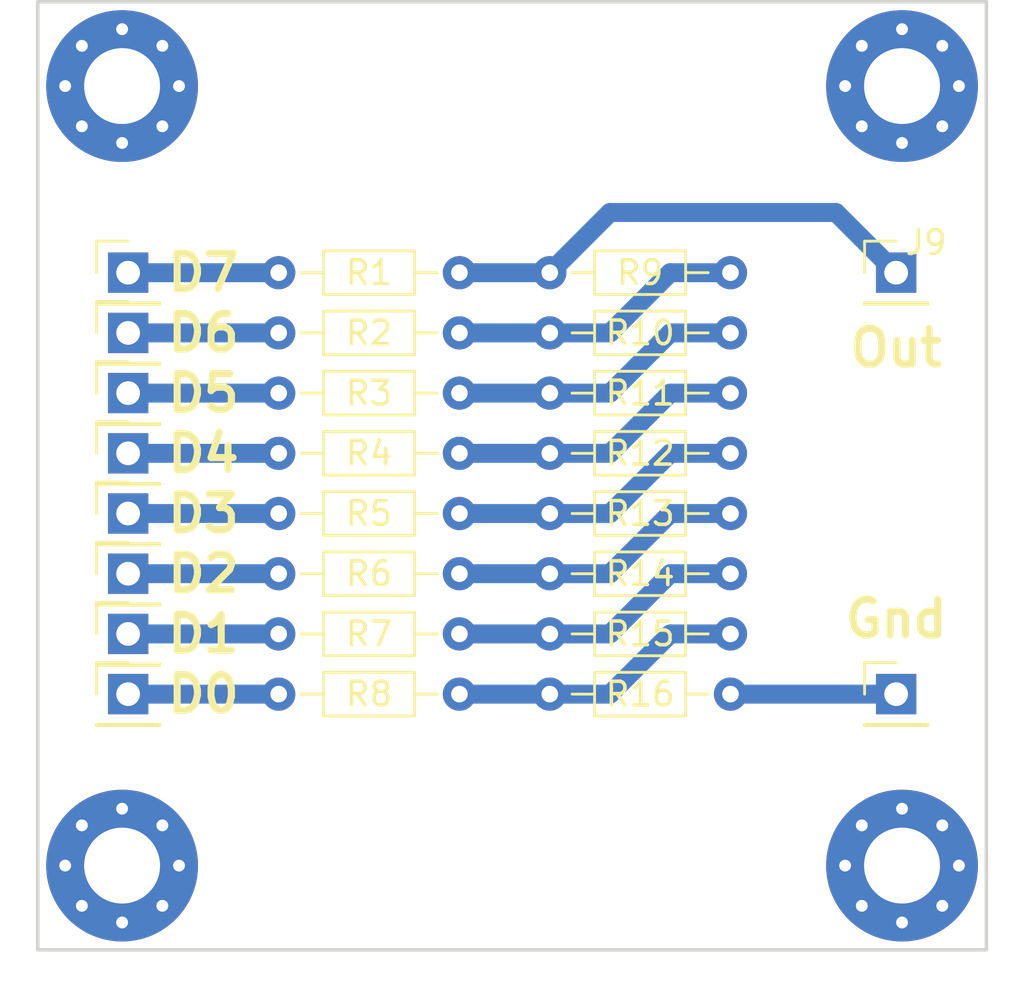
<source format=kicad_pcb>
(kicad_pcb (version 20171130) (host pcbnew "(5.0.0)")

  (general
    (thickness 1.6)
    (drawings 14)
    (tracks 41)
    (zones 0)
    (modules 30)
    (nets 18)
  )

  (page A4 portrait)
  (layers
    (0 F.Cu signal)
    (31 B.Cu signal)
    (32 B.Adhes user)
    (33 F.Adhes user)
    (34 B.Paste user)
    (35 F.Paste user)
    (36 B.SilkS user)
    (37 F.SilkS user)
    (38 B.Mask user)
    (39 F.Mask user)
    (40 Dwgs.User user)
    (41 Cmts.User user)
    (42 Eco1.User user)
    (43 Eco2.User user)
    (44 Edge.Cuts user)
    (45 Margin user)
    (46 B.CrtYd user)
    (47 F.CrtYd user)
    (48 B.Fab user)
    (49 F.Fab user)
  )

  (setup
    (last_trace_width 0.8)
    (user_trace_width 0.8)
    (trace_clearance 0.2)
    (zone_clearance 0.508)
    (zone_45_only no)
    (trace_min 0.2)
    (segment_width 0.2)
    (edge_width 0.15)
    (via_size 0.8)
    (via_drill 0.4)
    (via_min_size 0.4)
    (via_min_drill 0.3)
    (uvia_size 0.3)
    (uvia_drill 0.1)
    (uvias_allowed no)
    (uvia_min_size 0.2)
    (uvia_min_drill 0.1)
    (pcb_text_width 0.3)
    (pcb_text_size 1.5 1.5)
    (mod_edge_width 0.15)
    (mod_text_size 1 1)
    (mod_text_width 0.15)
    (pad_size 6.4 6.4)
    (pad_drill 3.2)
    (pad_to_mask_clearance 0.2)
    (aux_axis_origin 0 0)
    (visible_elements 7FFFFFFF)
    (pcbplotparams
      (layerselection 0x010fc_ffffffff)
      (usegerberextensions false)
      (usegerberattributes false)
      (usegerberadvancedattributes false)
      (creategerberjobfile false)
      (excludeedgelayer true)
      (linewidth 0.100000)
      (plotframeref false)
      (viasonmask false)
      (mode 1)
      (useauxorigin false)
      (hpglpennumber 1)
      (hpglpenspeed 20)
      (hpglpendiameter 15.000000)
      (psnegative false)
      (psa4output false)
      (plotreference true)
      (plotvalue true)
      (plotinvisibletext false)
      (padsonsilk false)
      (subtractmaskfromsilk false)
      (outputformat 1)
      (mirror false)
      (drillshape 1)
      (scaleselection 1)
      (outputdirectory ""))
  )

  (net 0 "")
  (net 1 "Net-(J1-Pad1)")
  (net 2 "Net-(J2-Pad1)")
  (net 3 "Net-(J3-Pad1)")
  (net 4 "Net-(J4-Pad1)")
  (net 5 "Net-(J5-Pad1)")
  (net 6 "Net-(J6-Pad1)")
  (net 7 "Net-(J7-Pad1)")
  (net 8 "Net-(J8-Pad1)")
  (net 9 "Net-(J9-Pad1)")
  (net 10 "Net-(R10-Pad1)")
  (net 11 "Net-(R10-Pad2)")
  (net 12 "Net-(R11-Pad2)")
  (net 13 "Net-(R12-Pad2)")
  (net 14 "Net-(R13-Pad2)")
  (net 15 "Net-(R14-Pad2)")
  (net 16 "Net-(R15-Pad2)")
  (net 17 GND)

  (net_class Default "Это класс цепей по умолчанию."
    (clearance 0.2)
    (trace_width 0.25)
    (via_dia 0.8)
    (via_drill 0.4)
    (uvia_dia 0.3)
    (uvia_drill 0.1)
    (add_net GND)
    (add_net "Net-(J1-Pad1)")
    (add_net "Net-(J2-Pad1)")
    (add_net "Net-(J3-Pad1)")
    (add_net "Net-(J4-Pad1)")
    (add_net "Net-(J5-Pad1)")
    (add_net "Net-(J6-Pad1)")
    (add_net "Net-(J7-Pad1)")
    (add_net "Net-(J8-Pad1)")
    (add_net "Net-(J9-Pad1)")
    (add_net "Net-(R10-Pad1)")
    (add_net "Net-(R10-Pad2)")
    (add_net "Net-(R11-Pad2)")
    (add_net "Net-(R12-Pad2)")
    (add_net "Net-(R13-Pad2)")
    (add_net "Net-(R14-Pad2)")
    (add_net "Net-(R15-Pad2)")
  )

  (module Connector_PinHeader_2.54mm:PinHeader_1x01_P2.54mm_Vertical (layer F.Cu) (tedit 5D2E1DB6) (tstamp 5D3A6B84)
    (at 135.89 45.72)
    (descr "Through hole straight pin header, 1x01, 2.54mm pitch, single row")
    (tags "Through hole pin header THT 1x01 2.54mm single row")
    (path /5D2E1365)
    (fp_text reference J1 (at 1.27 0) (layer F.SilkS) hide
      (effects (font (size 1 1) (thickness 0.15)))
    )
    (fp_text value D7 (at -1.27 0) (layer F.Fab)
      (effects (font (size 1 1) (thickness 0.15)))
    )
    (fp_line (start -0.635 -1.27) (end 1.27 -1.27) (layer F.Fab) (width 0.1))
    (fp_line (start 1.27 -1.27) (end 1.27 1.27) (layer F.Fab) (width 0.1))
    (fp_line (start 1.27 1.27) (end -1.27 1.27) (layer F.Fab) (width 0.1))
    (fp_line (start -1.27 1.27) (end -1.27 -0.635) (layer F.Fab) (width 0.1))
    (fp_line (start -1.27 -0.635) (end -0.635 -1.27) (layer F.Fab) (width 0.1))
    (fp_line (start -1.33 1.33) (end 1.33 1.33) (layer F.SilkS) (width 0.12))
    (fp_line (start -1.33 1.27) (end -1.33 1.33) (layer F.SilkS) (width 0.12))
    (fp_line (start 1.33 1.27) (end 1.33 1.33) (layer F.SilkS) (width 0.12))
    (fp_line (start -1.33 1.27) (end 1.33 1.27) (layer F.SilkS) (width 0.12))
    (fp_line (start -1.33 0) (end -1.33 -1.33) (layer F.SilkS) (width 0.12))
    (fp_line (start -1.33 -1.33) (end 0 -1.33) (layer F.SilkS) (width 0.12))
    (fp_line (start -1.8 -1.8) (end -1.8 1.8) (layer F.CrtYd) (width 0.05))
    (fp_line (start -1.8 1.8) (end 1.8 1.8) (layer F.CrtYd) (width 0.05))
    (fp_line (start 1.8 1.8) (end 1.8 -1.8) (layer F.CrtYd) (width 0.05))
    (fp_line (start 1.8 -1.8) (end -1.8 -1.8) (layer F.CrtYd) (width 0.05))
    (fp_text user %R (at 0 0 90) (layer F.Fab)
      (effects (font (size 1 1) (thickness 0.15)))
    )
    (pad 1 thru_hole rect (at 0 0) (size 1.7 1.7) (drill 1) (layers *.Cu *.Mask)
      (net 1 "Net-(J1-Pad1)"))
    (model ${KISYS3DMOD}/Connector_PinHeader_2.54mm.3dshapes/PinHeader_1x01_P2.54mm_Vertical.wrl
      (at (xyz 0 0 0))
      (scale (xyz 1 1 1))
      (rotate (xyz 0 0 0))
    )
  )

  (module Connector_PinHeader_2.54mm:PinHeader_1x01_P2.54mm_Vertical (layer F.Cu) (tedit 5D2E1DC5) (tstamp 5D3A6B99)
    (at 135.89 48.26)
    (descr "Through hole straight pin header, 1x01, 2.54mm pitch, single row")
    (tags "Through hole pin header THT 1x01 2.54mm single row")
    (path /5D2E17C1)
    (fp_text reference J2 (at 1.27 0) (layer F.SilkS) hide
      (effects (font (size 1 1) (thickness 0.15)))
    )
    (fp_text value D6 (at -1.27 0) (layer F.Fab)
      (effects (font (size 1 1) (thickness 0.15)))
    )
    (fp_text user %R (at 0 0 90) (layer F.Fab)
      (effects (font (size 1 1) (thickness 0.15)))
    )
    (fp_line (start 1.8 -1.8) (end -1.8 -1.8) (layer F.CrtYd) (width 0.05))
    (fp_line (start 1.8 1.8) (end 1.8 -1.8) (layer F.CrtYd) (width 0.05))
    (fp_line (start -1.8 1.8) (end 1.8 1.8) (layer F.CrtYd) (width 0.05))
    (fp_line (start -1.8 -1.8) (end -1.8 1.8) (layer F.CrtYd) (width 0.05))
    (fp_line (start -1.33 -1.33) (end 0 -1.33) (layer F.SilkS) (width 0.12))
    (fp_line (start -1.33 0) (end -1.33 -1.33) (layer F.SilkS) (width 0.12))
    (fp_line (start -1.33 1.27) (end 1.33 1.27) (layer F.SilkS) (width 0.12))
    (fp_line (start 1.33 1.27) (end 1.33 1.33) (layer F.SilkS) (width 0.12))
    (fp_line (start -1.33 1.27) (end -1.33 1.33) (layer F.SilkS) (width 0.12))
    (fp_line (start -1.33 1.33) (end 1.33 1.33) (layer F.SilkS) (width 0.12))
    (fp_line (start -1.27 -0.635) (end -0.635 -1.27) (layer F.Fab) (width 0.1))
    (fp_line (start -1.27 1.27) (end -1.27 -0.635) (layer F.Fab) (width 0.1))
    (fp_line (start 1.27 1.27) (end -1.27 1.27) (layer F.Fab) (width 0.1))
    (fp_line (start 1.27 -1.27) (end 1.27 1.27) (layer F.Fab) (width 0.1))
    (fp_line (start -0.635 -1.27) (end 1.27 -1.27) (layer F.Fab) (width 0.1))
    (pad 1 thru_hole rect (at 0 0) (size 1.7 1.7) (drill 1) (layers *.Cu *.Mask)
      (net 2 "Net-(J2-Pad1)"))
    (model ${KISYS3DMOD}/Connector_PinHeader_2.54mm.3dshapes/PinHeader_1x01_P2.54mm_Vertical.wrl
      (at (xyz 0 0 0))
      (scale (xyz 1 1 1))
      (rotate (xyz 0 0 0))
    )
  )

  (module Connector_PinHeader_2.54mm:PinHeader_1x01_P2.54mm_Vertical (layer F.Cu) (tedit 5D2E1DD4) (tstamp 5D3A6BAE)
    (at 135.89 50.8)
    (descr "Through hole straight pin header, 1x01, 2.54mm pitch, single row")
    (tags "Through hole pin header THT 1x01 2.54mm single row")
    (path /5D2E1811)
    (fp_text reference J3 (at 1.27 0) (layer F.SilkS) hide
      (effects (font (size 1 1) (thickness 0.15)))
    )
    (fp_text value D5 (at -1.27 0) (layer F.Fab)
      (effects (font (size 1 1) (thickness 0.15)))
    )
    (fp_line (start -0.635 -1.27) (end 1.27 -1.27) (layer F.Fab) (width 0.1))
    (fp_line (start 1.27 -1.27) (end 1.27 1.27) (layer F.Fab) (width 0.1))
    (fp_line (start 1.27 1.27) (end -1.27 1.27) (layer F.Fab) (width 0.1))
    (fp_line (start -1.27 1.27) (end -1.27 -0.635) (layer F.Fab) (width 0.1))
    (fp_line (start -1.27 -0.635) (end -0.635 -1.27) (layer F.Fab) (width 0.1))
    (fp_line (start -1.33 1.33) (end 1.33 1.33) (layer F.SilkS) (width 0.12))
    (fp_line (start -1.33 1.27) (end -1.33 1.33) (layer F.SilkS) (width 0.12))
    (fp_line (start 1.33 1.27) (end 1.33 1.33) (layer F.SilkS) (width 0.12))
    (fp_line (start -1.33 1.27) (end 1.33 1.27) (layer F.SilkS) (width 0.12))
    (fp_line (start -1.33 0) (end -1.33 -1.33) (layer F.SilkS) (width 0.12))
    (fp_line (start -1.33 -1.33) (end 0 -1.33) (layer F.SilkS) (width 0.12))
    (fp_line (start -1.8 -1.8) (end -1.8 1.8) (layer F.CrtYd) (width 0.05))
    (fp_line (start -1.8 1.8) (end 1.8 1.8) (layer F.CrtYd) (width 0.05))
    (fp_line (start 1.8 1.8) (end 1.8 -1.8) (layer F.CrtYd) (width 0.05))
    (fp_line (start 1.8 -1.8) (end -1.8 -1.8) (layer F.CrtYd) (width 0.05))
    (fp_text user %R (at 0 0 90) (layer F.Fab)
      (effects (font (size 1 1) (thickness 0.15)))
    )
    (pad 1 thru_hole rect (at 0 0) (size 1.7 1.7) (drill 1) (layers *.Cu *.Mask)
      (net 3 "Net-(J3-Pad1)"))
    (model ${KISYS3DMOD}/Connector_PinHeader_2.54mm.3dshapes/PinHeader_1x01_P2.54mm_Vertical.wrl
      (at (xyz 0 0 0))
      (scale (xyz 1 1 1))
      (rotate (xyz 0 0 0))
    )
  )

  (module Connector_PinHeader_2.54mm:PinHeader_1x01_P2.54mm_Vertical (layer F.Cu) (tedit 5D2E1DDC) (tstamp 5D3A6BC3)
    (at 135.89 53.34)
    (descr "Through hole straight pin header, 1x01, 2.54mm pitch, single row")
    (tags "Through hole pin header THT 1x01 2.54mm single row")
    (path /5D2E186B)
    (fp_text reference J4 (at 1.27 0) (layer F.SilkS) hide
      (effects (font (size 1 1) (thickness 0.15)))
    )
    (fp_text value D4 (at -1.27 0) (layer F.Fab)
      (effects (font (size 1 1) (thickness 0.15)))
    )
    (fp_text user %R (at 0 0 90) (layer F.Fab)
      (effects (font (size 1 1) (thickness 0.15)))
    )
    (fp_line (start 1.8 -1.8) (end -1.8 -1.8) (layer F.CrtYd) (width 0.05))
    (fp_line (start 1.8 1.8) (end 1.8 -1.8) (layer F.CrtYd) (width 0.05))
    (fp_line (start -1.8 1.8) (end 1.8 1.8) (layer F.CrtYd) (width 0.05))
    (fp_line (start -1.8 -1.8) (end -1.8 1.8) (layer F.CrtYd) (width 0.05))
    (fp_line (start -1.33 -1.33) (end 0 -1.33) (layer F.SilkS) (width 0.12))
    (fp_line (start -1.33 0) (end -1.33 -1.33) (layer F.SilkS) (width 0.12))
    (fp_line (start -1.33 1.27) (end 1.33 1.27) (layer F.SilkS) (width 0.12))
    (fp_line (start 1.33 1.27) (end 1.33 1.33) (layer F.SilkS) (width 0.12))
    (fp_line (start -1.33 1.27) (end -1.33 1.33) (layer F.SilkS) (width 0.12))
    (fp_line (start -1.33 1.33) (end 1.33 1.33) (layer F.SilkS) (width 0.12))
    (fp_line (start -1.27 -0.635) (end -0.635 -1.27) (layer F.Fab) (width 0.1))
    (fp_line (start -1.27 1.27) (end -1.27 -0.635) (layer F.Fab) (width 0.1))
    (fp_line (start 1.27 1.27) (end -1.27 1.27) (layer F.Fab) (width 0.1))
    (fp_line (start 1.27 -1.27) (end 1.27 1.27) (layer F.Fab) (width 0.1))
    (fp_line (start -0.635 -1.27) (end 1.27 -1.27) (layer F.Fab) (width 0.1))
    (pad 1 thru_hole rect (at 0 0) (size 1.7 1.7) (drill 1) (layers *.Cu *.Mask)
      (net 4 "Net-(J4-Pad1)"))
    (model ${KISYS3DMOD}/Connector_PinHeader_2.54mm.3dshapes/PinHeader_1x01_P2.54mm_Vertical.wrl
      (at (xyz 0 0 0))
      (scale (xyz 1 1 1))
      (rotate (xyz 0 0 0))
    )
  )

  (module Connector_PinHeader_2.54mm:PinHeader_1x01_P2.54mm_Vertical (layer F.Cu) (tedit 5D2E1DE7) (tstamp 5D3A6BD8)
    (at 135.89 55.88)
    (descr "Through hole straight pin header, 1x01, 2.54mm pitch, single row")
    (tags "Through hole pin header THT 1x01 2.54mm single row")
    (path /5D2E1FC1)
    (fp_text reference J5 (at 1.27 0) (layer F.SilkS) hide
      (effects (font (size 1 1) (thickness 0.15)))
    )
    (fp_text value D3 (at -1.27 0) (layer F.Fab)
      (effects (font (size 1 1) (thickness 0.15)))
    )
    (fp_line (start -0.635 -1.27) (end 1.27 -1.27) (layer F.Fab) (width 0.1))
    (fp_line (start 1.27 -1.27) (end 1.27 1.27) (layer F.Fab) (width 0.1))
    (fp_line (start 1.27 1.27) (end -1.27 1.27) (layer F.Fab) (width 0.1))
    (fp_line (start -1.27 1.27) (end -1.27 -0.635) (layer F.Fab) (width 0.1))
    (fp_line (start -1.27 -0.635) (end -0.635 -1.27) (layer F.Fab) (width 0.1))
    (fp_line (start -1.33 1.33) (end 1.33 1.33) (layer F.SilkS) (width 0.12))
    (fp_line (start -1.33 1.27) (end -1.33 1.33) (layer F.SilkS) (width 0.12))
    (fp_line (start 1.33 1.27) (end 1.33 1.33) (layer F.SilkS) (width 0.12))
    (fp_line (start -1.33 1.27) (end 1.33 1.27) (layer F.SilkS) (width 0.12))
    (fp_line (start -1.33 0) (end -1.33 -1.33) (layer F.SilkS) (width 0.12))
    (fp_line (start -1.33 -1.33) (end 0 -1.33) (layer F.SilkS) (width 0.12))
    (fp_line (start -1.8 -1.8) (end -1.8 1.8) (layer F.CrtYd) (width 0.05))
    (fp_line (start -1.8 1.8) (end 1.8 1.8) (layer F.CrtYd) (width 0.05))
    (fp_line (start 1.8 1.8) (end 1.8 -1.8) (layer F.CrtYd) (width 0.05))
    (fp_line (start 1.8 -1.8) (end -1.8 -1.8) (layer F.CrtYd) (width 0.05))
    (fp_text user %R (at 0 0 90) (layer F.Fab)
      (effects (font (size 1 1) (thickness 0.15)))
    )
    (pad 1 thru_hole rect (at 0 0) (size 1.7 1.7) (drill 1) (layers *.Cu *.Mask)
      (net 5 "Net-(J5-Pad1)"))
    (model ${KISYS3DMOD}/Connector_PinHeader_2.54mm.3dshapes/PinHeader_1x01_P2.54mm_Vertical.wrl
      (at (xyz 0 0 0))
      (scale (xyz 1 1 1))
      (rotate (xyz 0 0 0))
    )
  )

  (module Connector_PinHeader_2.54mm:PinHeader_1x01_P2.54mm_Vertical (layer F.Cu) (tedit 5D2E1DFE) (tstamp 5D3A6BED)
    (at 135.89 58.42)
    (descr "Through hole straight pin header, 1x01, 2.54mm pitch, single row")
    (tags "Through hole pin header THT 1x01 2.54mm single row")
    (path /5D2E2019)
    (fp_text reference J6 (at 1.27 0) (layer F.SilkS) hide
      (effects (font (size 1 1) (thickness 0.15)))
    )
    (fp_text value D2 (at -1.27 0) (layer F.Fab)
      (effects (font (size 1 1) (thickness 0.15)))
    )
    (fp_text user %R (at 0 0 90) (layer F.Fab)
      (effects (font (size 1 1) (thickness 0.15)))
    )
    (fp_line (start 1.8 -1.8) (end -1.8 -1.8) (layer F.CrtYd) (width 0.05))
    (fp_line (start 1.8 1.8) (end 1.8 -1.8) (layer F.CrtYd) (width 0.05))
    (fp_line (start -1.8 1.8) (end 1.8 1.8) (layer F.CrtYd) (width 0.05))
    (fp_line (start -1.8 -1.8) (end -1.8 1.8) (layer F.CrtYd) (width 0.05))
    (fp_line (start -1.33 -1.33) (end 0 -1.33) (layer F.SilkS) (width 0.12))
    (fp_line (start -1.33 0) (end -1.33 -1.33) (layer F.SilkS) (width 0.12))
    (fp_line (start -1.33 1.27) (end 1.33 1.27) (layer F.SilkS) (width 0.12))
    (fp_line (start 1.33 1.27) (end 1.33 1.33) (layer F.SilkS) (width 0.12))
    (fp_line (start -1.33 1.27) (end -1.33 1.33) (layer F.SilkS) (width 0.12))
    (fp_line (start -1.33 1.33) (end 1.33 1.33) (layer F.SilkS) (width 0.12))
    (fp_line (start -1.27 -0.635) (end -0.635 -1.27) (layer F.Fab) (width 0.1))
    (fp_line (start -1.27 1.27) (end -1.27 -0.635) (layer F.Fab) (width 0.1))
    (fp_line (start 1.27 1.27) (end -1.27 1.27) (layer F.Fab) (width 0.1))
    (fp_line (start 1.27 -1.27) (end 1.27 1.27) (layer F.Fab) (width 0.1))
    (fp_line (start -0.635 -1.27) (end 1.27 -1.27) (layer F.Fab) (width 0.1))
    (pad 1 thru_hole rect (at 0 0) (size 1.7 1.7) (drill 1) (layers *.Cu *.Mask)
      (net 6 "Net-(J6-Pad1)"))
    (model ${KISYS3DMOD}/Connector_PinHeader_2.54mm.3dshapes/PinHeader_1x01_P2.54mm_Vertical.wrl
      (at (xyz 0 0 0))
      (scale (xyz 1 1 1))
      (rotate (xyz 0 0 0))
    )
  )

  (module Connector_PinHeader_2.54mm:PinHeader_1x01_P2.54mm_Vertical (layer F.Cu) (tedit 5D2E1E20) (tstamp 5D3A6C02)
    (at 135.89 60.96)
    (descr "Through hole straight pin header, 1x01, 2.54mm pitch, single row")
    (tags "Through hole pin header THT 1x01 2.54mm single row")
    (path /5D2E2711)
    (fp_text reference J7 (at 1.27 0) (layer F.SilkS) hide
      (effects (font (size 1 1) (thickness 0.15)))
    )
    (fp_text value D1 (at -1.27 0) (layer F.Fab)
      (effects (font (size 1 1) (thickness 0.15)))
    )
    (fp_line (start -0.635 -1.27) (end 1.27 -1.27) (layer F.Fab) (width 0.1))
    (fp_line (start 1.27 -1.27) (end 1.27 1.27) (layer F.Fab) (width 0.1))
    (fp_line (start 1.27 1.27) (end -1.27 1.27) (layer F.Fab) (width 0.1))
    (fp_line (start -1.27 1.27) (end -1.27 -0.635) (layer F.Fab) (width 0.1))
    (fp_line (start -1.27 -0.635) (end -0.635 -1.27) (layer F.Fab) (width 0.1))
    (fp_line (start -1.33 1.33) (end 1.33 1.33) (layer F.SilkS) (width 0.12))
    (fp_line (start -1.33 1.27) (end -1.33 1.33) (layer F.SilkS) (width 0.12))
    (fp_line (start 1.33 1.27) (end 1.33 1.33) (layer F.SilkS) (width 0.12))
    (fp_line (start -1.33 1.27) (end 1.33 1.27) (layer F.SilkS) (width 0.12))
    (fp_line (start -1.33 0) (end -1.33 -1.33) (layer F.SilkS) (width 0.12))
    (fp_line (start -1.33 -1.33) (end 0 -1.33) (layer F.SilkS) (width 0.12))
    (fp_line (start -1.8 -1.8) (end -1.8 1.8) (layer F.CrtYd) (width 0.05))
    (fp_line (start -1.8 1.8) (end 1.8 1.8) (layer F.CrtYd) (width 0.05))
    (fp_line (start 1.8 1.8) (end 1.8 -1.8) (layer F.CrtYd) (width 0.05))
    (fp_line (start 1.8 -1.8) (end -1.8 -1.8) (layer F.CrtYd) (width 0.05))
    (fp_text user %R (at 0 0 90) (layer F.Fab)
      (effects (font (size 1 1) (thickness 0.15)))
    )
    (pad 1 thru_hole rect (at 0 0) (size 1.7 1.7) (drill 1) (layers *.Cu *.Mask)
      (net 7 "Net-(J7-Pad1)"))
    (model ${KISYS3DMOD}/Connector_PinHeader_2.54mm.3dshapes/PinHeader_1x01_P2.54mm_Vertical.wrl
      (at (xyz 0 0 0))
      (scale (xyz 1 1 1))
      (rotate (xyz 0 0 0))
    )
  )

  (module Connector_PinHeader_2.54mm:PinHeader_1x01_P2.54mm_Vertical (layer F.Cu) (tedit 5D2E1E18) (tstamp 5D3A6C17)
    (at 135.89 63.5)
    (descr "Through hole straight pin header, 1x01, 2.54mm pitch, single row")
    (tags "Through hole pin header THT 1x01 2.54mm single row")
    (path /5D2E276D)
    (fp_text reference J8 (at 1.27 0) (layer F.SilkS) hide
      (effects (font (size 1 1) (thickness 0.15)))
    )
    (fp_text value D0 (at -1.27 0) (layer F.Fab)
      (effects (font (size 1 1) (thickness 0.15)))
    )
    (fp_text user %R (at 0 0 90) (layer F.Fab)
      (effects (font (size 1 1) (thickness 0.15)))
    )
    (fp_line (start 1.8 -1.8) (end -1.8 -1.8) (layer F.CrtYd) (width 0.05))
    (fp_line (start 1.8 1.8) (end 1.8 -1.8) (layer F.CrtYd) (width 0.05))
    (fp_line (start -1.8 1.8) (end 1.8 1.8) (layer F.CrtYd) (width 0.05))
    (fp_line (start -1.8 -1.8) (end -1.8 1.8) (layer F.CrtYd) (width 0.05))
    (fp_line (start -1.33 -1.33) (end 0 -1.33) (layer F.SilkS) (width 0.12))
    (fp_line (start -1.33 0) (end -1.33 -1.33) (layer F.SilkS) (width 0.12))
    (fp_line (start -1.33 1.27) (end 1.33 1.27) (layer F.SilkS) (width 0.12))
    (fp_line (start 1.33 1.27) (end 1.33 1.33) (layer F.SilkS) (width 0.12))
    (fp_line (start -1.33 1.27) (end -1.33 1.33) (layer F.SilkS) (width 0.12))
    (fp_line (start -1.33 1.33) (end 1.33 1.33) (layer F.SilkS) (width 0.12))
    (fp_line (start -1.27 -0.635) (end -0.635 -1.27) (layer F.Fab) (width 0.1))
    (fp_line (start -1.27 1.27) (end -1.27 -0.635) (layer F.Fab) (width 0.1))
    (fp_line (start 1.27 1.27) (end -1.27 1.27) (layer F.Fab) (width 0.1))
    (fp_line (start 1.27 -1.27) (end 1.27 1.27) (layer F.Fab) (width 0.1))
    (fp_line (start -0.635 -1.27) (end 1.27 -1.27) (layer F.Fab) (width 0.1))
    (pad 1 thru_hole rect (at 0 0) (size 1.7 1.7) (drill 1) (layers *.Cu *.Mask)
      (net 8 "Net-(J8-Pad1)"))
    (model ${KISYS3DMOD}/Connector_PinHeader_2.54mm.3dshapes/PinHeader_1x01_P2.54mm_Vertical.wrl
      (at (xyz 0 0 0))
      (scale (xyz 1 1 1))
      (rotate (xyz 0 0 0))
    )
  )

  (module Connector_PinHeader_2.54mm:PinHeader_1x01_P2.54mm_Vertical (layer F.Cu) (tedit 59FED5CC) (tstamp 5D3A6C2C)
    (at 168.275 45.72)
    (descr "Through hole straight pin header, 1x01, 2.54mm pitch, single row")
    (tags "Through hole pin header THT 1x01 2.54mm single row")
    (path /5D2EA174)
    (fp_text reference J9 (at 1.27 -1.27) (layer F.SilkS)
      (effects (font (size 1 1) (thickness 0.15)))
    )
    (fp_text value Out (at -1.27 -0.635) (layer F.Fab)
      (effects (font (size 1 1) (thickness 0.15)))
    )
    (fp_line (start -0.635 -1.27) (end 1.27 -1.27) (layer F.Fab) (width 0.1))
    (fp_line (start 1.27 -1.27) (end 1.27 1.27) (layer F.Fab) (width 0.1))
    (fp_line (start 1.27 1.27) (end -1.27 1.27) (layer F.Fab) (width 0.1))
    (fp_line (start -1.27 1.27) (end -1.27 -0.635) (layer F.Fab) (width 0.1))
    (fp_line (start -1.27 -0.635) (end -0.635 -1.27) (layer F.Fab) (width 0.1))
    (fp_line (start -1.33 1.33) (end 1.33 1.33) (layer F.SilkS) (width 0.12))
    (fp_line (start -1.33 1.27) (end -1.33 1.33) (layer F.SilkS) (width 0.12))
    (fp_line (start 1.33 1.27) (end 1.33 1.33) (layer F.SilkS) (width 0.12))
    (fp_line (start -1.33 1.27) (end 1.33 1.27) (layer F.SilkS) (width 0.12))
    (fp_line (start -1.33 0) (end -1.33 -1.33) (layer F.SilkS) (width 0.12))
    (fp_line (start -1.33 -1.33) (end 0 -1.33) (layer F.SilkS) (width 0.12))
    (fp_line (start -1.8 -1.8) (end -1.8 1.8) (layer F.CrtYd) (width 0.05))
    (fp_line (start -1.8 1.8) (end 1.8 1.8) (layer F.CrtYd) (width 0.05))
    (fp_line (start 1.8 1.8) (end 1.8 -1.8) (layer F.CrtYd) (width 0.05))
    (fp_line (start 1.8 -1.8) (end -1.8 -1.8) (layer F.CrtYd) (width 0.05))
    (fp_text user %R (at 0 0 90) (layer F.Fab)
      (effects (font (size 1 1) (thickness 0.15)))
    )
    (pad 1 thru_hole rect (at 0 0) (size 1.7 1.7) (drill 1) (layers *.Cu *.Mask)
      (net 9 "Net-(J9-Pad1)"))
    (model ${KISYS3DMOD}/Connector_PinHeader_2.54mm.3dshapes/PinHeader_1x01_P2.54mm_Vertical.wrl
      (at (xyz 0 0 0))
      (scale (xyz 1 1 1))
      (rotate (xyz 0 0 0))
    )
  )

  (module Resistor_THT:R_Axial_DIN0204_L3.6mm_D1.6mm_P7.62mm_Horizontal (layer F.Cu) (tedit 5AE5139B) (tstamp 5D3A6C43)
    (at 149.86 45.72 180)
    (descr "Resistor, Axial_DIN0204 series, Axial, Horizontal, pin pitch=7.62mm, 0.167W, length*diameter=3.6*1.6mm^2, http://cdn-reichelt.de/documents/datenblatt/B400/1_4W%23YAG.pdf")
    (tags "Resistor Axial_DIN0204 series Axial Horizontal pin pitch 7.62mm 0.167W length 3.6mm diameter 1.6mm")
    (path /5D2DE600)
    (fp_text reference R1 (at 3.81 0 180) (layer F.SilkS)
      (effects (font (size 1 1) (thickness 0.15)))
    )
    (fp_text value 2k (at 3.81 1.92 180) (layer F.Fab)
      (effects (font (size 1 1) (thickness 0.15)))
    )
    (fp_line (start 2.01 -0.8) (end 2.01 0.8) (layer F.Fab) (width 0.1))
    (fp_line (start 2.01 0.8) (end 5.61 0.8) (layer F.Fab) (width 0.1))
    (fp_line (start 5.61 0.8) (end 5.61 -0.8) (layer F.Fab) (width 0.1))
    (fp_line (start 5.61 -0.8) (end 2.01 -0.8) (layer F.Fab) (width 0.1))
    (fp_line (start 0 0) (end 2.01 0) (layer F.Fab) (width 0.1))
    (fp_line (start 7.62 0) (end 5.61 0) (layer F.Fab) (width 0.1))
    (fp_line (start 1.89 -0.92) (end 1.89 0.92) (layer F.SilkS) (width 0.12))
    (fp_line (start 1.89 0.92) (end 5.73 0.92) (layer F.SilkS) (width 0.12))
    (fp_line (start 5.73 0.92) (end 5.73 -0.92) (layer F.SilkS) (width 0.12))
    (fp_line (start 5.73 -0.92) (end 1.89 -0.92) (layer F.SilkS) (width 0.12))
    (fp_line (start 0.94 0) (end 1.89 0) (layer F.SilkS) (width 0.12))
    (fp_line (start 6.68 0) (end 5.73 0) (layer F.SilkS) (width 0.12))
    (fp_line (start -0.95 -1.05) (end -0.95 1.05) (layer F.CrtYd) (width 0.05))
    (fp_line (start -0.95 1.05) (end 8.57 1.05) (layer F.CrtYd) (width 0.05))
    (fp_line (start 8.57 1.05) (end 8.57 -1.05) (layer F.CrtYd) (width 0.05))
    (fp_line (start 8.57 -1.05) (end -0.95 -1.05) (layer F.CrtYd) (width 0.05))
    (fp_text user %R (at 3.81 0 180) (layer F.Fab)
      (effects (font (size 0.72 0.72) (thickness 0.108)))
    )
    (pad 1 thru_hole circle (at 0 0 180) (size 1.4 1.4) (drill 0.7) (layers *.Cu *.Mask)
      (net 9 "Net-(J9-Pad1)"))
    (pad 2 thru_hole oval (at 7.62 0 180) (size 1.4 1.4) (drill 0.7) (layers *.Cu *.Mask)
      (net 1 "Net-(J1-Pad1)"))
    (model ${KISYS3DMOD}/Resistor_THT.3dshapes/R_Axial_DIN0204_L3.6mm_D1.6mm_P7.62mm_Horizontal.wrl
      (at (xyz 0 0 0))
      (scale (xyz 1 1 1))
      (rotate (xyz 0 0 0))
    )
  )

  (module Resistor_THT:R_Axial_DIN0204_L3.6mm_D1.6mm_P7.62mm_Horizontal (layer F.Cu) (tedit 5AE5139B) (tstamp 5D3A6C5A)
    (at 149.86 48.26 180)
    (descr "Resistor, Axial_DIN0204 series, Axial, Horizontal, pin pitch=7.62mm, 0.167W, length*diameter=3.6*1.6mm^2, http://cdn-reichelt.de/documents/datenblatt/B400/1_4W%23YAG.pdf")
    (tags "Resistor Axial_DIN0204 series Axial Horizontal pin pitch 7.62mm 0.167W length 3.6mm diameter 1.6mm")
    (path /5D2DE72E)
    (fp_text reference R2 (at 3.81 0 180) (layer F.SilkS)
      (effects (font (size 1 1) (thickness 0.15)))
    )
    (fp_text value 2k (at 3.81 1.92 180) (layer F.Fab)
      (effects (font (size 1 1) (thickness 0.15)))
    )
    (fp_text user %R (at 3.81 0 180) (layer F.Fab)
      (effects (font (size 0.72 0.72) (thickness 0.108)))
    )
    (fp_line (start 8.57 -1.05) (end -0.95 -1.05) (layer F.CrtYd) (width 0.05))
    (fp_line (start 8.57 1.05) (end 8.57 -1.05) (layer F.CrtYd) (width 0.05))
    (fp_line (start -0.95 1.05) (end 8.57 1.05) (layer F.CrtYd) (width 0.05))
    (fp_line (start -0.95 -1.05) (end -0.95 1.05) (layer F.CrtYd) (width 0.05))
    (fp_line (start 6.68 0) (end 5.73 0) (layer F.SilkS) (width 0.12))
    (fp_line (start 0.94 0) (end 1.89 0) (layer F.SilkS) (width 0.12))
    (fp_line (start 5.73 -0.92) (end 1.89 -0.92) (layer F.SilkS) (width 0.12))
    (fp_line (start 5.73 0.92) (end 5.73 -0.92) (layer F.SilkS) (width 0.12))
    (fp_line (start 1.89 0.92) (end 5.73 0.92) (layer F.SilkS) (width 0.12))
    (fp_line (start 1.89 -0.92) (end 1.89 0.92) (layer F.SilkS) (width 0.12))
    (fp_line (start 7.62 0) (end 5.61 0) (layer F.Fab) (width 0.1))
    (fp_line (start 0 0) (end 2.01 0) (layer F.Fab) (width 0.1))
    (fp_line (start 5.61 -0.8) (end 2.01 -0.8) (layer F.Fab) (width 0.1))
    (fp_line (start 5.61 0.8) (end 5.61 -0.8) (layer F.Fab) (width 0.1))
    (fp_line (start 2.01 0.8) (end 5.61 0.8) (layer F.Fab) (width 0.1))
    (fp_line (start 2.01 -0.8) (end 2.01 0.8) (layer F.Fab) (width 0.1))
    (pad 2 thru_hole oval (at 7.62 0 180) (size 1.4 1.4) (drill 0.7) (layers *.Cu *.Mask)
      (net 2 "Net-(J2-Pad1)"))
    (pad 1 thru_hole circle (at 0 0 180) (size 1.4 1.4) (drill 0.7) (layers *.Cu *.Mask)
      (net 10 "Net-(R10-Pad1)"))
    (model ${KISYS3DMOD}/Resistor_THT.3dshapes/R_Axial_DIN0204_L3.6mm_D1.6mm_P7.62mm_Horizontal.wrl
      (at (xyz 0 0 0))
      (scale (xyz 1 1 1))
      (rotate (xyz 0 0 0))
    )
  )

  (module Resistor_THT:R_Axial_DIN0204_L3.6mm_D1.6mm_P7.62mm_Horizontal (layer F.Cu) (tedit 5AE5139B) (tstamp 5D3A6C71)
    (at 149.86 50.8 180)
    (descr "Resistor, Axial_DIN0204 series, Axial, Horizontal, pin pitch=7.62mm, 0.167W, length*diameter=3.6*1.6mm^2, http://cdn-reichelt.de/documents/datenblatt/B400/1_4W%23YAG.pdf")
    (tags "Resistor Axial_DIN0204 series Axial Horizontal pin pitch 7.62mm 0.167W length 3.6mm diameter 1.6mm")
    (path /5D2DECC5)
    (fp_text reference R3 (at 3.81 0 180) (layer F.SilkS)
      (effects (font (size 1 1) (thickness 0.15)))
    )
    (fp_text value 2k (at 3.81 1.92 180) (layer F.Fab)
      (effects (font (size 1 1) (thickness 0.15)))
    )
    (fp_text user %R (at 3.81 0 180) (layer F.Fab)
      (effects (font (size 0.72 0.72) (thickness 0.108)))
    )
    (fp_line (start 8.57 -1.05) (end -0.95 -1.05) (layer F.CrtYd) (width 0.05))
    (fp_line (start 8.57 1.05) (end 8.57 -1.05) (layer F.CrtYd) (width 0.05))
    (fp_line (start -0.95 1.05) (end 8.57 1.05) (layer F.CrtYd) (width 0.05))
    (fp_line (start -0.95 -1.05) (end -0.95 1.05) (layer F.CrtYd) (width 0.05))
    (fp_line (start 6.68 0) (end 5.73 0) (layer F.SilkS) (width 0.12))
    (fp_line (start 0.94 0) (end 1.89 0) (layer F.SilkS) (width 0.12))
    (fp_line (start 5.73 -0.92) (end 1.89 -0.92) (layer F.SilkS) (width 0.12))
    (fp_line (start 5.73 0.92) (end 5.73 -0.92) (layer F.SilkS) (width 0.12))
    (fp_line (start 1.89 0.92) (end 5.73 0.92) (layer F.SilkS) (width 0.12))
    (fp_line (start 1.89 -0.92) (end 1.89 0.92) (layer F.SilkS) (width 0.12))
    (fp_line (start 7.62 0) (end 5.61 0) (layer F.Fab) (width 0.1))
    (fp_line (start 0 0) (end 2.01 0) (layer F.Fab) (width 0.1))
    (fp_line (start 5.61 -0.8) (end 2.01 -0.8) (layer F.Fab) (width 0.1))
    (fp_line (start 5.61 0.8) (end 5.61 -0.8) (layer F.Fab) (width 0.1))
    (fp_line (start 2.01 0.8) (end 5.61 0.8) (layer F.Fab) (width 0.1))
    (fp_line (start 2.01 -0.8) (end 2.01 0.8) (layer F.Fab) (width 0.1))
    (pad 2 thru_hole oval (at 7.62 0 180) (size 1.4 1.4) (drill 0.7) (layers *.Cu *.Mask)
      (net 3 "Net-(J3-Pad1)"))
    (pad 1 thru_hole circle (at 0 0 180) (size 1.4 1.4) (drill 0.7) (layers *.Cu *.Mask)
      (net 11 "Net-(R10-Pad2)"))
    (model ${KISYS3DMOD}/Resistor_THT.3dshapes/R_Axial_DIN0204_L3.6mm_D1.6mm_P7.62mm_Horizontal.wrl
      (at (xyz 0 0 0))
      (scale (xyz 1 1 1))
      (rotate (xyz 0 0 0))
    )
  )

  (module Resistor_THT:R_Axial_DIN0204_L3.6mm_D1.6mm_P7.62mm_Horizontal (layer F.Cu) (tedit 5AE5139B) (tstamp 5D3A6C88)
    (at 149.86 53.34 180)
    (descr "Resistor, Axial_DIN0204 series, Axial, Horizontal, pin pitch=7.62mm, 0.167W, length*diameter=3.6*1.6mm^2, http://cdn-reichelt.de/documents/datenblatt/B400/1_4W%23YAG.pdf")
    (tags "Resistor Axial_DIN0204 series Axial Horizontal pin pitch 7.62mm 0.167W length 3.6mm diameter 1.6mm")
    (path /5D2DECD3)
    (fp_text reference R4 (at 3.81 0 180) (layer F.SilkS)
      (effects (font (size 1 1) (thickness 0.15)))
    )
    (fp_text value 2k (at 3.81 1.92 180) (layer F.Fab)
      (effects (font (size 1 1) (thickness 0.15)))
    )
    (fp_text user %R (at 3.81 0 180) (layer F.Fab)
      (effects (font (size 0.72 0.72) (thickness 0.108)))
    )
    (fp_line (start 8.57 -1.05) (end -0.95 -1.05) (layer F.CrtYd) (width 0.05))
    (fp_line (start 8.57 1.05) (end 8.57 -1.05) (layer F.CrtYd) (width 0.05))
    (fp_line (start -0.95 1.05) (end 8.57 1.05) (layer F.CrtYd) (width 0.05))
    (fp_line (start -0.95 -1.05) (end -0.95 1.05) (layer F.CrtYd) (width 0.05))
    (fp_line (start 6.68 0) (end 5.73 0) (layer F.SilkS) (width 0.12))
    (fp_line (start 0.94 0) (end 1.89 0) (layer F.SilkS) (width 0.12))
    (fp_line (start 5.73 -0.92) (end 1.89 -0.92) (layer F.SilkS) (width 0.12))
    (fp_line (start 5.73 0.92) (end 5.73 -0.92) (layer F.SilkS) (width 0.12))
    (fp_line (start 1.89 0.92) (end 5.73 0.92) (layer F.SilkS) (width 0.12))
    (fp_line (start 1.89 -0.92) (end 1.89 0.92) (layer F.SilkS) (width 0.12))
    (fp_line (start 7.62 0) (end 5.61 0) (layer F.Fab) (width 0.1))
    (fp_line (start 0 0) (end 2.01 0) (layer F.Fab) (width 0.1))
    (fp_line (start 5.61 -0.8) (end 2.01 -0.8) (layer F.Fab) (width 0.1))
    (fp_line (start 5.61 0.8) (end 5.61 -0.8) (layer F.Fab) (width 0.1))
    (fp_line (start 2.01 0.8) (end 5.61 0.8) (layer F.Fab) (width 0.1))
    (fp_line (start 2.01 -0.8) (end 2.01 0.8) (layer F.Fab) (width 0.1))
    (pad 2 thru_hole oval (at 7.62 0 180) (size 1.4 1.4) (drill 0.7) (layers *.Cu *.Mask)
      (net 4 "Net-(J4-Pad1)"))
    (pad 1 thru_hole circle (at 0 0 180) (size 1.4 1.4) (drill 0.7) (layers *.Cu *.Mask)
      (net 12 "Net-(R11-Pad2)"))
    (model ${KISYS3DMOD}/Resistor_THT.3dshapes/R_Axial_DIN0204_L3.6mm_D1.6mm_P7.62mm_Horizontal.wrl
      (at (xyz 0 0 0))
      (scale (xyz 1 1 1))
      (rotate (xyz 0 0 0))
    )
  )

  (module Resistor_THT:R_Axial_DIN0204_L3.6mm_D1.6mm_P7.62mm_Horizontal (layer F.Cu) (tedit 5AE5139B) (tstamp 5D3A6C9F)
    (at 149.86 55.88 180)
    (descr "Resistor, Axial_DIN0204 series, Axial, Horizontal, pin pitch=7.62mm, 0.167W, length*diameter=3.6*1.6mm^2, http://cdn-reichelt.de/documents/datenblatt/B400/1_4W%23YAG.pdf")
    (tags "Resistor Axial_DIN0204 series Axial Horizontal pin pitch 7.62mm 0.167W length 3.6mm diameter 1.6mm")
    (path /5D2DECE1)
    (fp_text reference R5 (at 3.81 0 180) (layer F.SilkS)
      (effects (font (size 1 1) (thickness 0.15)))
    )
    (fp_text value 2k (at 3.81 1.92 180) (layer F.Fab)
      (effects (font (size 1 1) (thickness 0.15)))
    )
    (fp_text user %R (at 3.81 0 180) (layer F.Fab)
      (effects (font (size 0.72 0.72) (thickness 0.108)))
    )
    (fp_line (start 8.57 -1.05) (end -0.95 -1.05) (layer F.CrtYd) (width 0.05))
    (fp_line (start 8.57 1.05) (end 8.57 -1.05) (layer F.CrtYd) (width 0.05))
    (fp_line (start -0.95 1.05) (end 8.57 1.05) (layer F.CrtYd) (width 0.05))
    (fp_line (start -0.95 -1.05) (end -0.95 1.05) (layer F.CrtYd) (width 0.05))
    (fp_line (start 6.68 0) (end 5.73 0) (layer F.SilkS) (width 0.12))
    (fp_line (start 0.94 0) (end 1.89 0) (layer F.SilkS) (width 0.12))
    (fp_line (start 5.73 -0.92) (end 1.89 -0.92) (layer F.SilkS) (width 0.12))
    (fp_line (start 5.73 0.92) (end 5.73 -0.92) (layer F.SilkS) (width 0.12))
    (fp_line (start 1.89 0.92) (end 5.73 0.92) (layer F.SilkS) (width 0.12))
    (fp_line (start 1.89 -0.92) (end 1.89 0.92) (layer F.SilkS) (width 0.12))
    (fp_line (start 7.62 0) (end 5.61 0) (layer F.Fab) (width 0.1))
    (fp_line (start 0 0) (end 2.01 0) (layer F.Fab) (width 0.1))
    (fp_line (start 5.61 -0.8) (end 2.01 -0.8) (layer F.Fab) (width 0.1))
    (fp_line (start 5.61 0.8) (end 5.61 -0.8) (layer F.Fab) (width 0.1))
    (fp_line (start 2.01 0.8) (end 5.61 0.8) (layer F.Fab) (width 0.1))
    (fp_line (start 2.01 -0.8) (end 2.01 0.8) (layer F.Fab) (width 0.1))
    (pad 2 thru_hole oval (at 7.62 0 180) (size 1.4 1.4) (drill 0.7) (layers *.Cu *.Mask)
      (net 5 "Net-(J5-Pad1)"))
    (pad 1 thru_hole circle (at 0 0 180) (size 1.4 1.4) (drill 0.7) (layers *.Cu *.Mask)
      (net 13 "Net-(R12-Pad2)"))
    (model ${KISYS3DMOD}/Resistor_THT.3dshapes/R_Axial_DIN0204_L3.6mm_D1.6mm_P7.62mm_Horizontal.wrl
      (at (xyz 0 0 0))
      (scale (xyz 1 1 1))
      (rotate (xyz 0 0 0))
    )
  )

  (module Resistor_THT:R_Axial_DIN0204_L3.6mm_D1.6mm_P7.62mm_Horizontal (layer F.Cu) (tedit 5AE5139B) (tstamp 5D3A6CB6)
    (at 149.86 58.42 180)
    (descr "Resistor, Axial_DIN0204 series, Axial, Horizontal, pin pitch=7.62mm, 0.167W, length*diameter=3.6*1.6mm^2, http://cdn-reichelt.de/documents/datenblatt/B400/1_4W%23YAG.pdf")
    (tags "Resistor Axial_DIN0204 series Axial Horizontal pin pitch 7.62mm 0.167W length 3.6mm diameter 1.6mm")
    (path /5D2DE7CA)
    (fp_text reference R6 (at 3.81 0 180) (layer F.SilkS)
      (effects (font (size 1 1) (thickness 0.15)))
    )
    (fp_text value 2k (at 3.81 1.92 180) (layer F.Fab)
      (effects (font (size 1 1) (thickness 0.15)))
    )
    (fp_line (start 2.01 -0.8) (end 2.01 0.8) (layer F.Fab) (width 0.1))
    (fp_line (start 2.01 0.8) (end 5.61 0.8) (layer F.Fab) (width 0.1))
    (fp_line (start 5.61 0.8) (end 5.61 -0.8) (layer F.Fab) (width 0.1))
    (fp_line (start 5.61 -0.8) (end 2.01 -0.8) (layer F.Fab) (width 0.1))
    (fp_line (start 0 0) (end 2.01 0) (layer F.Fab) (width 0.1))
    (fp_line (start 7.62 0) (end 5.61 0) (layer F.Fab) (width 0.1))
    (fp_line (start 1.89 -0.92) (end 1.89 0.92) (layer F.SilkS) (width 0.12))
    (fp_line (start 1.89 0.92) (end 5.73 0.92) (layer F.SilkS) (width 0.12))
    (fp_line (start 5.73 0.92) (end 5.73 -0.92) (layer F.SilkS) (width 0.12))
    (fp_line (start 5.73 -0.92) (end 1.89 -0.92) (layer F.SilkS) (width 0.12))
    (fp_line (start 0.94 0) (end 1.89 0) (layer F.SilkS) (width 0.12))
    (fp_line (start 6.68 0) (end 5.73 0) (layer F.SilkS) (width 0.12))
    (fp_line (start -0.95 -1.05) (end -0.95 1.05) (layer F.CrtYd) (width 0.05))
    (fp_line (start -0.95 1.05) (end 8.57 1.05) (layer F.CrtYd) (width 0.05))
    (fp_line (start 8.57 1.05) (end 8.57 -1.05) (layer F.CrtYd) (width 0.05))
    (fp_line (start 8.57 -1.05) (end -0.95 -1.05) (layer F.CrtYd) (width 0.05))
    (fp_text user %R (at 3.81 0 180) (layer F.Fab)
      (effects (font (size 0.72 0.72) (thickness 0.108)))
    )
    (pad 1 thru_hole circle (at 0 0 180) (size 1.4 1.4) (drill 0.7) (layers *.Cu *.Mask)
      (net 14 "Net-(R13-Pad2)"))
    (pad 2 thru_hole oval (at 7.62 0 180) (size 1.4 1.4) (drill 0.7) (layers *.Cu *.Mask)
      (net 6 "Net-(J6-Pad1)"))
    (model ${KISYS3DMOD}/Resistor_THT.3dshapes/R_Axial_DIN0204_L3.6mm_D1.6mm_P7.62mm_Horizontal.wrl
      (at (xyz 0 0 0))
      (scale (xyz 1 1 1))
      (rotate (xyz 0 0 0))
    )
  )

  (module Resistor_THT:R_Axial_DIN0204_L3.6mm_D1.6mm_P7.62mm_Horizontal (layer F.Cu) (tedit 5AE5139B) (tstamp 5D3A6CCD)
    (at 149.86 60.96 180)
    (descr "Resistor, Axial_DIN0204 series, Axial, Horizontal, pin pitch=7.62mm, 0.167W, length*diameter=3.6*1.6mm^2, http://cdn-reichelt.de/documents/datenblatt/B400/1_4W%23YAG.pdf")
    (tags "Resistor Axial_DIN0204 series Axial Horizontal pin pitch 7.62mm 0.167W length 3.6mm diameter 1.6mm")
    (path /5D2DE834)
    (fp_text reference R7 (at 3.81 0 180) (layer F.SilkS)
      (effects (font (size 1 1) (thickness 0.15)))
    )
    (fp_text value 2k (at 3.81 1.92 180) (layer F.Fab)
      (effects (font (size 1 1) (thickness 0.15)))
    )
    (fp_line (start 2.01 -0.8) (end 2.01 0.8) (layer F.Fab) (width 0.1))
    (fp_line (start 2.01 0.8) (end 5.61 0.8) (layer F.Fab) (width 0.1))
    (fp_line (start 5.61 0.8) (end 5.61 -0.8) (layer F.Fab) (width 0.1))
    (fp_line (start 5.61 -0.8) (end 2.01 -0.8) (layer F.Fab) (width 0.1))
    (fp_line (start 0 0) (end 2.01 0) (layer F.Fab) (width 0.1))
    (fp_line (start 7.62 0) (end 5.61 0) (layer F.Fab) (width 0.1))
    (fp_line (start 1.89 -0.92) (end 1.89 0.92) (layer F.SilkS) (width 0.12))
    (fp_line (start 1.89 0.92) (end 5.73 0.92) (layer F.SilkS) (width 0.12))
    (fp_line (start 5.73 0.92) (end 5.73 -0.92) (layer F.SilkS) (width 0.12))
    (fp_line (start 5.73 -0.92) (end 1.89 -0.92) (layer F.SilkS) (width 0.12))
    (fp_line (start 0.94 0) (end 1.89 0) (layer F.SilkS) (width 0.12))
    (fp_line (start 6.68 0) (end 5.73 0) (layer F.SilkS) (width 0.12))
    (fp_line (start -0.95 -1.05) (end -0.95 1.05) (layer F.CrtYd) (width 0.05))
    (fp_line (start -0.95 1.05) (end 8.57 1.05) (layer F.CrtYd) (width 0.05))
    (fp_line (start 8.57 1.05) (end 8.57 -1.05) (layer F.CrtYd) (width 0.05))
    (fp_line (start 8.57 -1.05) (end -0.95 -1.05) (layer F.CrtYd) (width 0.05))
    (fp_text user %R (at 3.81 0 180) (layer F.Fab)
      (effects (font (size 0.72 0.72) (thickness 0.108)))
    )
    (pad 1 thru_hole circle (at 0 0 180) (size 1.4 1.4) (drill 0.7) (layers *.Cu *.Mask)
      (net 15 "Net-(R14-Pad2)"))
    (pad 2 thru_hole oval (at 7.62 0 180) (size 1.4 1.4) (drill 0.7) (layers *.Cu *.Mask)
      (net 7 "Net-(J7-Pad1)"))
    (model ${KISYS3DMOD}/Resistor_THT.3dshapes/R_Axial_DIN0204_L3.6mm_D1.6mm_P7.62mm_Horizontal.wrl
      (at (xyz 0 0 0))
      (scale (xyz 1 1 1))
      (rotate (xyz 0 0 0))
    )
  )

  (module Resistor_THT:R_Axial_DIN0204_L3.6mm_D1.6mm_P7.62mm_Horizontal (layer F.Cu) (tedit 5AE5139B) (tstamp 5D3A6CE4)
    (at 149.86 63.5 180)
    (descr "Resistor, Axial_DIN0204 series, Axial, Horizontal, pin pitch=7.62mm, 0.167W, length*diameter=3.6*1.6mm^2, http://cdn-reichelt.de/documents/datenblatt/B400/1_4W%23YAG.pdf")
    (tags "Resistor Axial_DIN0204 series Axial Horizontal pin pitch 7.62mm 0.167W length 3.6mm diameter 1.6mm")
    (path /5D2DECE8)
    (fp_text reference R8 (at 3.81 0 180) (layer F.SilkS)
      (effects (font (size 1 1) (thickness 0.15)))
    )
    (fp_text value 2k (at 3.81 1.92 180) (layer F.Fab)
      (effects (font (size 1 1) (thickness 0.15)))
    )
    (fp_line (start 2.01 -0.8) (end 2.01 0.8) (layer F.Fab) (width 0.1))
    (fp_line (start 2.01 0.8) (end 5.61 0.8) (layer F.Fab) (width 0.1))
    (fp_line (start 5.61 0.8) (end 5.61 -0.8) (layer F.Fab) (width 0.1))
    (fp_line (start 5.61 -0.8) (end 2.01 -0.8) (layer F.Fab) (width 0.1))
    (fp_line (start 0 0) (end 2.01 0) (layer F.Fab) (width 0.1))
    (fp_line (start 7.62 0) (end 5.61 0) (layer F.Fab) (width 0.1))
    (fp_line (start 1.89 -0.92) (end 1.89 0.92) (layer F.SilkS) (width 0.12))
    (fp_line (start 1.89 0.92) (end 5.73 0.92) (layer F.SilkS) (width 0.12))
    (fp_line (start 5.73 0.92) (end 5.73 -0.92) (layer F.SilkS) (width 0.12))
    (fp_line (start 5.73 -0.92) (end 1.89 -0.92) (layer F.SilkS) (width 0.12))
    (fp_line (start 0.94 0) (end 1.89 0) (layer F.SilkS) (width 0.12))
    (fp_line (start 6.68 0) (end 5.73 0) (layer F.SilkS) (width 0.12))
    (fp_line (start -0.95 -1.05) (end -0.95 1.05) (layer F.CrtYd) (width 0.05))
    (fp_line (start -0.95 1.05) (end 8.57 1.05) (layer F.CrtYd) (width 0.05))
    (fp_line (start 8.57 1.05) (end 8.57 -1.05) (layer F.CrtYd) (width 0.05))
    (fp_line (start 8.57 -1.05) (end -0.95 -1.05) (layer F.CrtYd) (width 0.05))
    (fp_text user %R (at 3.81 0 180) (layer F.Fab)
      (effects (font (size 0.72 0.72) (thickness 0.108)))
    )
    (pad 1 thru_hole circle (at 0 0 180) (size 1.4 1.4) (drill 0.7) (layers *.Cu *.Mask)
      (net 16 "Net-(R15-Pad2)"))
    (pad 2 thru_hole oval (at 7.62 0 180) (size 1.4 1.4) (drill 0.7) (layers *.Cu *.Mask)
      (net 8 "Net-(J8-Pad1)"))
    (model ${KISYS3DMOD}/Resistor_THT.3dshapes/R_Axial_DIN0204_L3.6mm_D1.6mm_P7.62mm_Horizontal.wrl
      (at (xyz 0 0 0))
      (scale (xyz 1 1 1))
      (rotate (xyz 0 0 0))
    )
  )

  (module Resistor_THT:R_Axial_DIN0204_L3.6mm_D1.6mm_P7.62mm_Horizontal (layer F.Cu) (tedit 5AE5139B) (tstamp 5D3A6CFB)
    (at 153.67 45.72)
    (descr "Resistor, Axial_DIN0204 series, Axial, Horizontal, pin pitch=7.62mm, 0.167W, length*diameter=3.6*1.6mm^2, http://cdn-reichelt.de/documents/datenblatt/B400/1_4W%23YAG.pdf")
    (tags "Resistor Axial_DIN0204 series Axial Horizontal pin pitch 7.62mm 0.167W length 3.6mm diameter 1.6mm")
    (path /5D2DE692)
    (fp_text reference R9 (at 3.81 0) (layer F.SilkS)
      (effects (font (size 1 1) (thickness 0.15)))
    )
    (fp_text value 1k (at 3.81 1.92) (layer F.Fab)
      (effects (font (size 1 1) (thickness 0.15)))
    )
    (fp_line (start 2.01 -0.8) (end 2.01 0.8) (layer F.Fab) (width 0.1))
    (fp_line (start 2.01 0.8) (end 5.61 0.8) (layer F.Fab) (width 0.1))
    (fp_line (start 5.61 0.8) (end 5.61 -0.8) (layer F.Fab) (width 0.1))
    (fp_line (start 5.61 -0.8) (end 2.01 -0.8) (layer F.Fab) (width 0.1))
    (fp_line (start 0 0) (end 2.01 0) (layer F.Fab) (width 0.1))
    (fp_line (start 7.62 0) (end 5.61 0) (layer F.Fab) (width 0.1))
    (fp_line (start 1.89 -0.92) (end 1.89 0.92) (layer F.SilkS) (width 0.12))
    (fp_line (start 1.89 0.92) (end 5.73 0.92) (layer F.SilkS) (width 0.12))
    (fp_line (start 5.73 0.92) (end 5.73 -0.92) (layer F.SilkS) (width 0.12))
    (fp_line (start 5.73 -0.92) (end 1.89 -0.92) (layer F.SilkS) (width 0.12))
    (fp_line (start 0.94 0) (end 1.89 0) (layer F.SilkS) (width 0.12))
    (fp_line (start 6.68 0) (end 5.73 0) (layer F.SilkS) (width 0.12))
    (fp_line (start -0.95 -1.05) (end -0.95 1.05) (layer F.CrtYd) (width 0.05))
    (fp_line (start -0.95 1.05) (end 8.57 1.05) (layer F.CrtYd) (width 0.05))
    (fp_line (start 8.57 1.05) (end 8.57 -1.05) (layer F.CrtYd) (width 0.05))
    (fp_line (start 8.57 -1.05) (end -0.95 -1.05) (layer F.CrtYd) (width 0.05))
    (fp_text user %R (at 3.81 0) (layer F.Fab)
      (effects (font (size 0.72 0.72) (thickness 0.108)))
    )
    (pad 1 thru_hole circle (at 0 0) (size 1.4 1.4) (drill 0.7) (layers *.Cu *.Mask)
      (net 9 "Net-(J9-Pad1)"))
    (pad 2 thru_hole oval (at 7.62 0) (size 1.4 1.4) (drill 0.7) (layers *.Cu *.Mask)
      (net 10 "Net-(R10-Pad1)"))
    (model ${KISYS3DMOD}/Resistor_THT.3dshapes/R_Axial_DIN0204_L3.6mm_D1.6mm_P7.62mm_Horizontal.wrl
      (at (xyz 0 0 0))
      (scale (xyz 1 1 1))
      (rotate (xyz 0 0 0))
    )
  )

  (module Resistor_THT:R_Axial_DIN0204_L3.6mm_D1.6mm_P7.62mm_Horizontal (layer F.Cu) (tedit 5AE5139B) (tstamp 5D3A6D12)
    (at 153.67 48.26)
    (descr "Resistor, Axial_DIN0204 series, Axial, Horizontal, pin pitch=7.62mm, 0.167W, length*diameter=3.6*1.6mm^2, http://cdn-reichelt.de/documents/datenblatt/B400/1_4W%23YAG.pdf")
    (tags "Resistor Axial_DIN0204 series Axial Horizontal pin pitch 7.62mm 0.167W length 3.6mm diameter 1.6mm")
    (path /5D2DE768)
    (fp_text reference R10 (at 3.81 0) (layer F.SilkS)
      (effects (font (size 1 1) (thickness 0.15)))
    )
    (fp_text value 1k (at 3.81 1.92) (layer F.Fab)
      (effects (font (size 1 1) (thickness 0.15)))
    )
    (fp_line (start 2.01 -0.8) (end 2.01 0.8) (layer F.Fab) (width 0.1))
    (fp_line (start 2.01 0.8) (end 5.61 0.8) (layer F.Fab) (width 0.1))
    (fp_line (start 5.61 0.8) (end 5.61 -0.8) (layer F.Fab) (width 0.1))
    (fp_line (start 5.61 -0.8) (end 2.01 -0.8) (layer F.Fab) (width 0.1))
    (fp_line (start 0 0) (end 2.01 0) (layer F.Fab) (width 0.1))
    (fp_line (start 7.62 0) (end 5.61 0) (layer F.Fab) (width 0.1))
    (fp_line (start 1.89 -0.92) (end 1.89 0.92) (layer F.SilkS) (width 0.12))
    (fp_line (start 1.89 0.92) (end 5.73 0.92) (layer F.SilkS) (width 0.12))
    (fp_line (start 5.73 0.92) (end 5.73 -0.92) (layer F.SilkS) (width 0.12))
    (fp_line (start 5.73 -0.92) (end 1.89 -0.92) (layer F.SilkS) (width 0.12))
    (fp_line (start 0.94 0) (end 1.89 0) (layer F.SilkS) (width 0.12))
    (fp_line (start 6.68 0) (end 5.73 0) (layer F.SilkS) (width 0.12))
    (fp_line (start -0.95 -1.05) (end -0.95 1.05) (layer F.CrtYd) (width 0.05))
    (fp_line (start -0.95 1.05) (end 8.57 1.05) (layer F.CrtYd) (width 0.05))
    (fp_line (start 8.57 1.05) (end 8.57 -1.05) (layer F.CrtYd) (width 0.05))
    (fp_line (start 8.57 -1.05) (end -0.95 -1.05) (layer F.CrtYd) (width 0.05))
    (fp_text user %R (at 3.81 0) (layer F.Fab)
      (effects (font (size 0.72 0.72) (thickness 0.108)))
    )
    (pad 1 thru_hole circle (at 0 0) (size 1.4 1.4) (drill 0.7) (layers *.Cu *.Mask)
      (net 10 "Net-(R10-Pad1)"))
    (pad 2 thru_hole oval (at 7.62 0) (size 1.4 1.4) (drill 0.7) (layers *.Cu *.Mask)
      (net 11 "Net-(R10-Pad2)"))
    (model ${KISYS3DMOD}/Resistor_THT.3dshapes/R_Axial_DIN0204_L3.6mm_D1.6mm_P7.62mm_Horizontal.wrl
      (at (xyz 0 0 0))
      (scale (xyz 1 1 1))
      (rotate (xyz 0 0 0))
    )
  )

  (module Resistor_THT:R_Axial_DIN0204_L3.6mm_D1.6mm_P7.62mm_Horizontal (layer F.Cu) (tedit 5AE5139B) (tstamp 5D3A6D29)
    (at 153.67 50.8)
    (descr "Resistor, Axial_DIN0204 series, Axial, Horizontal, pin pitch=7.62mm, 0.167W, length*diameter=3.6*1.6mm^2, http://cdn-reichelt.de/documents/datenblatt/B400/1_4W%23YAG.pdf")
    (tags "Resistor Axial_DIN0204 series Axial Horizontal pin pitch 7.62mm 0.167W length 3.6mm diameter 1.6mm")
    (path /5D2DECCC)
    (fp_text reference R11 (at 3.81 0) (layer F.SilkS)
      (effects (font (size 1 1) (thickness 0.15)))
    )
    (fp_text value 1k (at 3.81 1.92) (layer F.Fab)
      (effects (font (size 1 1) (thickness 0.15)))
    )
    (fp_line (start 2.01 -0.8) (end 2.01 0.8) (layer F.Fab) (width 0.1))
    (fp_line (start 2.01 0.8) (end 5.61 0.8) (layer F.Fab) (width 0.1))
    (fp_line (start 5.61 0.8) (end 5.61 -0.8) (layer F.Fab) (width 0.1))
    (fp_line (start 5.61 -0.8) (end 2.01 -0.8) (layer F.Fab) (width 0.1))
    (fp_line (start 0 0) (end 2.01 0) (layer F.Fab) (width 0.1))
    (fp_line (start 7.62 0) (end 5.61 0) (layer F.Fab) (width 0.1))
    (fp_line (start 1.89 -0.92) (end 1.89 0.92) (layer F.SilkS) (width 0.12))
    (fp_line (start 1.89 0.92) (end 5.73 0.92) (layer F.SilkS) (width 0.12))
    (fp_line (start 5.73 0.92) (end 5.73 -0.92) (layer F.SilkS) (width 0.12))
    (fp_line (start 5.73 -0.92) (end 1.89 -0.92) (layer F.SilkS) (width 0.12))
    (fp_line (start 0.94 0) (end 1.89 0) (layer F.SilkS) (width 0.12))
    (fp_line (start 6.68 0) (end 5.73 0) (layer F.SilkS) (width 0.12))
    (fp_line (start -0.95 -1.05) (end -0.95 1.05) (layer F.CrtYd) (width 0.05))
    (fp_line (start -0.95 1.05) (end 8.57 1.05) (layer F.CrtYd) (width 0.05))
    (fp_line (start 8.57 1.05) (end 8.57 -1.05) (layer F.CrtYd) (width 0.05))
    (fp_line (start 8.57 -1.05) (end -0.95 -1.05) (layer F.CrtYd) (width 0.05))
    (fp_text user %R (at 3.81 0) (layer F.Fab)
      (effects (font (size 0.72 0.72) (thickness 0.108)))
    )
    (pad 1 thru_hole circle (at 0 0) (size 1.4 1.4) (drill 0.7) (layers *.Cu *.Mask)
      (net 11 "Net-(R10-Pad2)"))
    (pad 2 thru_hole oval (at 7.62 0) (size 1.4 1.4) (drill 0.7) (layers *.Cu *.Mask)
      (net 12 "Net-(R11-Pad2)"))
    (model ${KISYS3DMOD}/Resistor_THT.3dshapes/R_Axial_DIN0204_L3.6mm_D1.6mm_P7.62mm_Horizontal.wrl
      (at (xyz 0 0 0))
      (scale (xyz 1 1 1))
      (rotate (xyz 0 0 0))
    )
  )

  (module Resistor_THT:R_Axial_DIN0204_L3.6mm_D1.6mm_P7.62mm_Horizontal (layer F.Cu) (tedit 5AE5139B) (tstamp 5D3A6D40)
    (at 153.67 53.34)
    (descr "Resistor, Axial_DIN0204 series, Axial, Horizontal, pin pitch=7.62mm, 0.167W, length*diameter=3.6*1.6mm^2, http://cdn-reichelt.de/documents/datenblatt/B400/1_4W%23YAG.pdf")
    (tags "Resistor Axial_DIN0204 series Axial Horizontal pin pitch 7.62mm 0.167W length 3.6mm diameter 1.6mm")
    (path /5D2DECDA)
    (fp_text reference R12 (at 3.81 0) (layer F.SilkS)
      (effects (font (size 1 1) (thickness 0.15)))
    )
    (fp_text value 1k (at 3.81 1.92) (layer F.Fab)
      (effects (font (size 1 1) (thickness 0.15)))
    )
    (fp_line (start 2.01 -0.8) (end 2.01 0.8) (layer F.Fab) (width 0.1))
    (fp_line (start 2.01 0.8) (end 5.61 0.8) (layer F.Fab) (width 0.1))
    (fp_line (start 5.61 0.8) (end 5.61 -0.8) (layer F.Fab) (width 0.1))
    (fp_line (start 5.61 -0.8) (end 2.01 -0.8) (layer F.Fab) (width 0.1))
    (fp_line (start 0 0) (end 2.01 0) (layer F.Fab) (width 0.1))
    (fp_line (start 7.62 0) (end 5.61 0) (layer F.Fab) (width 0.1))
    (fp_line (start 1.89 -0.92) (end 1.89 0.92) (layer F.SilkS) (width 0.12))
    (fp_line (start 1.89 0.92) (end 5.73 0.92) (layer F.SilkS) (width 0.12))
    (fp_line (start 5.73 0.92) (end 5.73 -0.92) (layer F.SilkS) (width 0.12))
    (fp_line (start 5.73 -0.92) (end 1.89 -0.92) (layer F.SilkS) (width 0.12))
    (fp_line (start 0.94 0) (end 1.89 0) (layer F.SilkS) (width 0.12))
    (fp_line (start 6.68 0) (end 5.73 0) (layer F.SilkS) (width 0.12))
    (fp_line (start -0.95 -1.05) (end -0.95 1.05) (layer F.CrtYd) (width 0.05))
    (fp_line (start -0.95 1.05) (end 8.57 1.05) (layer F.CrtYd) (width 0.05))
    (fp_line (start 8.57 1.05) (end 8.57 -1.05) (layer F.CrtYd) (width 0.05))
    (fp_line (start 8.57 -1.05) (end -0.95 -1.05) (layer F.CrtYd) (width 0.05))
    (fp_text user %R (at 3.81 0) (layer F.Fab)
      (effects (font (size 0.72 0.72) (thickness 0.108)))
    )
    (pad 1 thru_hole circle (at 0 0) (size 1.4 1.4) (drill 0.7) (layers *.Cu *.Mask)
      (net 12 "Net-(R11-Pad2)"))
    (pad 2 thru_hole oval (at 7.62 0) (size 1.4 1.4) (drill 0.7) (layers *.Cu *.Mask)
      (net 13 "Net-(R12-Pad2)"))
    (model ${KISYS3DMOD}/Resistor_THT.3dshapes/R_Axial_DIN0204_L3.6mm_D1.6mm_P7.62mm_Horizontal.wrl
      (at (xyz 0 0 0))
      (scale (xyz 1 1 1))
      (rotate (xyz 0 0 0))
    )
  )

  (module Resistor_THT:R_Axial_DIN0204_L3.6mm_D1.6mm_P7.62mm_Horizontal (layer F.Cu) (tedit 5AE5139B) (tstamp 5D3A6D57)
    (at 153.67 55.88)
    (descr "Resistor, Axial_DIN0204 series, Axial, Horizontal, pin pitch=7.62mm, 0.167W, length*diameter=3.6*1.6mm^2, http://cdn-reichelt.de/documents/datenblatt/B400/1_4W%23YAG.pdf")
    (tags "Resistor Axial_DIN0204 series Axial Horizontal pin pitch 7.62mm 0.167W length 3.6mm diameter 1.6mm")
    (path /5D2DE798)
    (fp_text reference R13 (at 3.81 0) (layer F.SilkS)
      (effects (font (size 1 1) (thickness 0.15)))
    )
    (fp_text value 1k (at 3.81 1.92) (layer F.Fab)
      (effects (font (size 1 1) (thickness 0.15)))
    )
    (fp_text user %R (at 3.81 0) (layer F.Fab)
      (effects (font (size 0.72 0.72) (thickness 0.108)))
    )
    (fp_line (start 8.57 -1.05) (end -0.95 -1.05) (layer F.CrtYd) (width 0.05))
    (fp_line (start 8.57 1.05) (end 8.57 -1.05) (layer F.CrtYd) (width 0.05))
    (fp_line (start -0.95 1.05) (end 8.57 1.05) (layer F.CrtYd) (width 0.05))
    (fp_line (start -0.95 -1.05) (end -0.95 1.05) (layer F.CrtYd) (width 0.05))
    (fp_line (start 6.68 0) (end 5.73 0) (layer F.SilkS) (width 0.12))
    (fp_line (start 0.94 0) (end 1.89 0) (layer F.SilkS) (width 0.12))
    (fp_line (start 5.73 -0.92) (end 1.89 -0.92) (layer F.SilkS) (width 0.12))
    (fp_line (start 5.73 0.92) (end 5.73 -0.92) (layer F.SilkS) (width 0.12))
    (fp_line (start 1.89 0.92) (end 5.73 0.92) (layer F.SilkS) (width 0.12))
    (fp_line (start 1.89 -0.92) (end 1.89 0.92) (layer F.SilkS) (width 0.12))
    (fp_line (start 7.62 0) (end 5.61 0) (layer F.Fab) (width 0.1))
    (fp_line (start 0 0) (end 2.01 0) (layer F.Fab) (width 0.1))
    (fp_line (start 5.61 -0.8) (end 2.01 -0.8) (layer F.Fab) (width 0.1))
    (fp_line (start 5.61 0.8) (end 5.61 -0.8) (layer F.Fab) (width 0.1))
    (fp_line (start 2.01 0.8) (end 5.61 0.8) (layer F.Fab) (width 0.1))
    (fp_line (start 2.01 -0.8) (end 2.01 0.8) (layer F.Fab) (width 0.1))
    (pad 2 thru_hole oval (at 7.62 0) (size 1.4 1.4) (drill 0.7) (layers *.Cu *.Mask)
      (net 14 "Net-(R13-Pad2)"))
    (pad 1 thru_hole circle (at 0 0) (size 1.4 1.4) (drill 0.7) (layers *.Cu *.Mask)
      (net 13 "Net-(R12-Pad2)"))
    (model ${KISYS3DMOD}/Resistor_THT.3dshapes/R_Axial_DIN0204_L3.6mm_D1.6mm_P7.62mm_Horizontal.wrl
      (at (xyz 0 0 0))
      (scale (xyz 1 1 1))
      (rotate (xyz 0 0 0))
    )
  )

  (module Resistor_THT:R_Axial_DIN0204_L3.6mm_D1.6mm_P7.62mm_Horizontal (layer F.Cu) (tedit 5AE5139B) (tstamp 5D3A6D6E)
    (at 153.67 58.42)
    (descr "Resistor, Axial_DIN0204 series, Axial, Horizontal, pin pitch=7.62mm, 0.167W, length*diameter=3.6*1.6mm^2, http://cdn-reichelt.de/documents/datenblatt/B400/1_4W%23YAG.pdf")
    (tags "Resistor Axial_DIN0204 series Axial Horizontal pin pitch 7.62mm 0.167W length 3.6mm diameter 1.6mm")
    (path /5D2DE7FE)
    (fp_text reference R14 (at 3.81 0) (layer F.SilkS)
      (effects (font (size 1 1) (thickness 0.15)))
    )
    (fp_text value 1k (at 3.81 1.92) (layer F.Fab)
      (effects (font (size 1 1) (thickness 0.15)))
    )
    (fp_text user %R (at 3.81 0) (layer F.Fab)
      (effects (font (size 0.72 0.72) (thickness 0.108)))
    )
    (fp_line (start 8.57 -1.05) (end -0.95 -1.05) (layer F.CrtYd) (width 0.05))
    (fp_line (start 8.57 1.05) (end 8.57 -1.05) (layer F.CrtYd) (width 0.05))
    (fp_line (start -0.95 1.05) (end 8.57 1.05) (layer F.CrtYd) (width 0.05))
    (fp_line (start -0.95 -1.05) (end -0.95 1.05) (layer F.CrtYd) (width 0.05))
    (fp_line (start 6.68 0) (end 5.73 0) (layer F.SilkS) (width 0.12))
    (fp_line (start 0.94 0) (end 1.89 0) (layer F.SilkS) (width 0.12))
    (fp_line (start 5.73 -0.92) (end 1.89 -0.92) (layer F.SilkS) (width 0.12))
    (fp_line (start 5.73 0.92) (end 5.73 -0.92) (layer F.SilkS) (width 0.12))
    (fp_line (start 1.89 0.92) (end 5.73 0.92) (layer F.SilkS) (width 0.12))
    (fp_line (start 1.89 -0.92) (end 1.89 0.92) (layer F.SilkS) (width 0.12))
    (fp_line (start 7.62 0) (end 5.61 0) (layer F.Fab) (width 0.1))
    (fp_line (start 0 0) (end 2.01 0) (layer F.Fab) (width 0.1))
    (fp_line (start 5.61 -0.8) (end 2.01 -0.8) (layer F.Fab) (width 0.1))
    (fp_line (start 5.61 0.8) (end 5.61 -0.8) (layer F.Fab) (width 0.1))
    (fp_line (start 2.01 0.8) (end 5.61 0.8) (layer F.Fab) (width 0.1))
    (fp_line (start 2.01 -0.8) (end 2.01 0.8) (layer F.Fab) (width 0.1))
    (pad 2 thru_hole oval (at 7.62 0) (size 1.4 1.4) (drill 0.7) (layers *.Cu *.Mask)
      (net 15 "Net-(R14-Pad2)"))
    (pad 1 thru_hole circle (at 0 0) (size 1.4 1.4) (drill 0.7) (layers *.Cu *.Mask)
      (net 14 "Net-(R13-Pad2)"))
    (model ${KISYS3DMOD}/Resistor_THT.3dshapes/R_Axial_DIN0204_L3.6mm_D1.6mm_P7.62mm_Horizontal.wrl
      (at (xyz 0 0 0))
      (scale (xyz 1 1 1))
      (rotate (xyz 0 0 0))
    )
  )

  (module Resistor_THT:R_Axial_DIN0204_L3.6mm_D1.6mm_P7.62mm_Horizontal (layer F.Cu) (tedit 5AE5139B) (tstamp 5D3A6D85)
    (at 153.67 60.96)
    (descr "Resistor, Axial_DIN0204 series, Axial, Horizontal, pin pitch=7.62mm, 0.167W, length*diameter=3.6*1.6mm^2, http://cdn-reichelt.de/documents/datenblatt/B400/1_4W%23YAG.pdf")
    (tags "Resistor Axial_DIN0204 series Axial Horizontal pin pitch 7.62mm 0.167W length 3.6mm diameter 1.6mm")
    (path /5D2DE86C)
    (fp_text reference R15 (at 3.81 0) (layer F.SilkS)
      (effects (font (size 1 1) (thickness 0.15)))
    )
    (fp_text value 1k (at 3.81 1.92) (layer F.Fab)
      (effects (font (size 1 1) (thickness 0.15)))
    )
    (fp_text user %R (at 3.81 0) (layer F.Fab)
      (effects (font (size 0.72 0.72) (thickness 0.108)))
    )
    (fp_line (start 8.57 -1.05) (end -0.95 -1.05) (layer F.CrtYd) (width 0.05))
    (fp_line (start 8.57 1.05) (end 8.57 -1.05) (layer F.CrtYd) (width 0.05))
    (fp_line (start -0.95 1.05) (end 8.57 1.05) (layer F.CrtYd) (width 0.05))
    (fp_line (start -0.95 -1.05) (end -0.95 1.05) (layer F.CrtYd) (width 0.05))
    (fp_line (start 6.68 0) (end 5.73 0) (layer F.SilkS) (width 0.12))
    (fp_line (start 0.94 0) (end 1.89 0) (layer F.SilkS) (width 0.12))
    (fp_line (start 5.73 -0.92) (end 1.89 -0.92) (layer F.SilkS) (width 0.12))
    (fp_line (start 5.73 0.92) (end 5.73 -0.92) (layer F.SilkS) (width 0.12))
    (fp_line (start 1.89 0.92) (end 5.73 0.92) (layer F.SilkS) (width 0.12))
    (fp_line (start 1.89 -0.92) (end 1.89 0.92) (layer F.SilkS) (width 0.12))
    (fp_line (start 7.62 0) (end 5.61 0) (layer F.Fab) (width 0.1))
    (fp_line (start 0 0) (end 2.01 0) (layer F.Fab) (width 0.1))
    (fp_line (start 5.61 -0.8) (end 2.01 -0.8) (layer F.Fab) (width 0.1))
    (fp_line (start 5.61 0.8) (end 5.61 -0.8) (layer F.Fab) (width 0.1))
    (fp_line (start 2.01 0.8) (end 5.61 0.8) (layer F.Fab) (width 0.1))
    (fp_line (start 2.01 -0.8) (end 2.01 0.8) (layer F.Fab) (width 0.1))
    (pad 2 thru_hole oval (at 7.62 0) (size 1.4 1.4) (drill 0.7) (layers *.Cu *.Mask)
      (net 16 "Net-(R15-Pad2)"))
    (pad 1 thru_hole circle (at 0 0) (size 1.4 1.4) (drill 0.7) (layers *.Cu *.Mask)
      (net 15 "Net-(R14-Pad2)"))
    (model ${KISYS3DMOD}/Resistor_THT.3dshapes/R_Axial_DIN0204_L3.6mm_D1.6mm_P7.62mm_Horizontal.wrl
      (at (xyz 0 0 0))
      (scale (xyz 1 1 1))
      (rotate (xyz 0 0 0))
    )
  )

  (module Resistor_THT:R_Axial_DIN0204_L3.6mm_D1.6mm_P7.62mm_Horizontal (layer F.Cu) (tedit 5AE5139B) (tstamp 5D3A6D9C)
    (at 153.67 63.5)
    (descr "Resistor, Axial_DIN0204 series, Axial, Horizontal, pin pitch=7.62mm, 0.167W, length*diameter=3.6*1.6mm^2, http://cdn-reichelt.de/documents/datenblatt/B400/1_4W%23YAG.pdf")
    (tags "Resistor Axial_DIN0204 series Axial Horizontal pin pitch 7.62mm 0.167W length 3.6mm diameter 1.6mm")
    (path /5D2DECEF)
    (fp_text reference R16 (at 3.81 0) (layer F.SilkS)
      (effects (font (size 1 1) (thickness 0.15)))
    )
    (fp_text value 2k (at 3.81 1.92) (layer F.Fab)
      (effects (font (size 1 1) (thickness 0.15)))
    )
    (fp_text user %R (at 3.81 0) (layer F.Fab)
      (effects (font (size 0.72 0.72) (thickness 0.108)))
    )
    (fp_line (start 8.57 -1.05) (end -0.95 -1.05) (layer F.CrtYd) (width 0.05))
    (fp_line (start 8.57 1.05) (end 8.57 -1.05) (layer F.CrtYd) (width 0.05))
    (fp_line (start -0.95 1.05) (end 8.57 1.05) (layer F.CrtYd) (width 0.05))
    (fp_line (start -0.95 -1.05) (end -0.95 1.05) (layer F.CrtYd) (width 0.05))
    (fp_line (start 6.68 0) (end 5.73 0) (layer F.SilkS) (width 0.12))
    (fp_line (start 0.94 0) (end 1.89 0) (layer F.SilkS) (width 0.12))
    (fp_line (start 5.73 -0.92) (end 1.89 -0.92) (layer F.SilkS) (width 0.12))
    (fp_line (start 5.73 0.92) (end 5.73 -0.92) (layer F.SilkS) (width 0.12))
    (fp_line (start 1.89 0.92) (end 5.73 0.92) (layer F.SilkS) (width 0.12))
    (fp_line (start 1.89 -0.92) (end 1.89 0.92) (layer F.SilkS) (width 0.12))
    (fp_line (start 7.62 0) (end 5.61 0) (layer F.Fab) (width 0.1))
    (fp_line (start 0 0) (end 2.01 0) (layer F.Fab) (width 0.1))
    (fp_line (start 5.61 -0.8) (end 2.01 -0.8) (layer F.Fab) (width 0.1))
    (fp_line (start 5.61 0.8) (end 5.61 -0.8) (layer F.Fab) (width 0.1))
    (fp_line (start 2.01 0.8) (end 5.61 0.8) (layer F.Fab) (width 0.1))
    (fp_line (start 2.01 -0.8) (end 2.01 0.8) (layer F.Fab) (width 0.1))
    (pad 2 thru_hole oval (at 7.62 0) (size 1.4 1.4) (drill 0.7) (layers *.Cu *.Mask)
      (net 17 GND))
    (pad 1 thru_hole circle (at 0 0) (size 1.4 1.4) (drill 0.7) (layers *.Cu *.Mask)
      (net 16 "Net-(R15-Pad2)"))
    (model ${KISYS3DMOD}/Resistor_THT.3dshapes/R_Axial_DIN0204_L3.6mm_D1.6mm_P7.62mm_Horizontal.wrl
      (at (xyz 0 0 0))
      (scale (xyz 1 1 1))
      (rotate (xyz 0 0 0))
    )
  )

  (module Connector_PinHeader_2.54mm:PinHeader_1x01_P2.54mm_Vertical (layer F.Cu) (tedit 5D2E1E65) (tstamp 5D3A7E44)
    (at 168.275 63.5)
    (descr "Through hole straight pin header, 1x01, 2.54mm pitch, single row")
    (tags "Through hole pin header THT 1x01 2.54mm single row")
    (path /5D2E3396)
    (fp_text reference J10 (at -1.33 0) (layer F.SilkS) hide
      (effects (font (size 1 1) (thickness 0.15)))
    )
    (fp_text value Gnd (at 0 2.33) (layer F.Fab)
      (effects (font (size 1 1) (thickness 0.15)))
    )
    (fp_line (start -0.635 -1.27) (end 1.27 -1.27) (layer F.Fab) (width 0.1))
    (fp_line (start 1.27 -1.27) (end 1.27 1.27) (layer F.Fab) (width 0.1))
    (fp_line (start 1.27 1.27) (end -1.27 1.27) (layer F.Fab) (width 0.1))
    (fp_line (start -1.27 1.27) (end -1.27 -0.635) (layer F.Fab) (width 0.1))
    (fp_line (start -1.27 -0.635) (end -0.635 -1.27) (layer F.Fab) (width 0.1))
    (fp_line (start -1.33 1.33) (end 1.33 1.33) (layer F.SilkS) (width 0.12))
    (fp_line (start -1.33 1.27) (end -1.33 1.33) (layer F.SilkS) (width 0.12))
    (fp_line (start 1.33 1.27) (end 1.33 1.33) (layer F.SilkS) (width 0.12))
    (fp_line (start -1.33 1.27) (end 1.33 1.27) (layer F.SilkS) (width 0.12))
    (fp_line (start -1.33 0) (end -1.33 -1.33) (layer F.SilkS) (width 0.12))
    (fp_line (start -1.33 -1.33) (end 0 -1.33) (layer F.SilkS) (width 0.12))
    (fp_line (start -1.8 -1.8) (end -1.8 1.8) (layer F.CrtYd) (width 0.05))
    (fp_line (start -1.8 1.8) (end 1.8 1.8) (layer F.CrtYd) (width 0.05))
    (fp_line (start 1.8 1.8) (end 1.8 -1.8) (layer F.CrtYd) (width 0.05))
    (fp_line (start 1.8 -1.8) (end -1.8 -1.8) (layer F.CrtYd) (width 0.05))
    (fp_text user %R (at 0 0 90) (layer F.Fab)
      (effects (font (size 1 1) (thickness 0.15)))
    )
    (pad 1 thru_hole rect (at 0 0) (size 1.7 1.7) (drill 1) (layers *.Cu *.Mask)
      (net 17 GND))
    (model ${KISYS3DMOD}/Connector_PinHeader_2.54mm.3dshapes/PinHeader_1x01_P2.54mm_Vertical.wrl
      (at (xyz 0 0 0))
      (scale (xyz 1 1 1))
      (rotate (xyz 0 0 0))
    )
  )

  (module MountingHole:MountingHole_3.2mm_M3_Pad_Via (layer F.Cu) (tedit 5D2F6A92) (tstamp 5D3BAAEE)
    (at 135.636 37.846)
    (descr "Mounting Hole 3.2mm, M3")
    (tags "mounting hole 3.2mm m3")
    (path /5D2F69F0)
    (attr virtual)
    (fp_text reference MH1 (at -1.016 0.254) (layer F.SilkS) hide
      (effects (font (size 1 1) (thickness 0.15)))
    )
    (fp_text value MountingHole (at 0 4.2) (layer F.Fab)
      (effects (font (size 1 1) (thickness 0.15)))
    )
    (fp_circle (center 0 0) (end 3.45 0) (layer F.CrtYd) (width 0.05))
    (fp_circle (center 0 0) (end 3.2 0) (layer Cmts.User) (width 0.15))
    (fp_text user %R (at 0.3 0) (layer F.Fab)
      (effects (font (size 1 1) (thickness 0.15)))
    )
    (pad 1 thru_hole circle (at 1.697056 -1.697056) (size 0.8 0.8) (drill 0.5) (layers *.Cu *.Mask))
    (pad 1 thru_hole circle (at 0 -2.4) (size 0.8 0.8) (drill 0.5) (layers *.Cu *.Mask))
    (pad 1 thru_hole circle (at -1.697056 -1.697056) (size 0.8 0.8) (drill 0.5) (layers *.Cu *.Mask))
    (pad 1 thru_hole circle (at -2.4 0) (size 0.8 0.8) (drill 0.5) (layers *.Cu *.Mask))
    (pad 1 thru_hole circle (at -1.697056 1.697056) (size 0.8 0.8) (drill 0.5) (layers *.Cu *.Mask))
    (pad 1 thru_hole circle (at 0 2.4) (size 0.8 0.8) (drill 0.5) (layers *.Cu *.Mask))
    (pad 1 thru_hole circle (at 1.697056 1.697056) (size 0.8 0.8) (drill 0.5) (layers *.Cu *.Mask))
    (pad 1 thru_hole circle (at 2.4 0) (size 0.8 0.8) (drill 0.5) (layers *.Cu *.Mask))
    (pad 1 thru_hole circle (at 0 0) (size 6.4 6.4) (drill 3.2) (layers *.Cu *.Mask))
  )

  (module MountingHole:MountingHole_3.2mm_M3_Pad_Via (layer F.Cu) (tedit 5D2F6A97) (tstamp 5D3BAAFE)
    (at 135.636 70.734)
    (descr "Mounting Hole 3.2mm, M3")
    (tags "mounting hole 3.2mm m3")
    (path /5D2F6A76)
    (attr virtual)
    (fp_text reference MH2 (at -2.286 -0.254) (layer F.SilkS) hide
      (effects (font (size 1 1) (thickness 0.15)))
    )
    (fp_text value MountingHole (at 0 4.2) (layer F.Fab)
      (effects (font (size 1 1) (thickness 0.15)))
    )
    (fp_text user %R (at 0.3 0) (layer F.Fab)
      (effects (font (size 1 1) (thickness 0.15)))
    )
    (fp_circle (center 0 0) (end 3.2 0) (layer Cmts.User) (width 0.15))
    (fp_circle (center 0 0) (end 3.45 0) (layer F.CrtYd) (width 0.05))
    (pad 1 thru_hole circle (at 0 0) (size 6.4 6.4) (drill 3.2) (layers *.Cu *.Mask))
    (pad 1 thru_hole circle (at 2.4 0) (size 0.8 0.8) (drill 0.5) (layers *.Cu *.Mask))
    (pad 1 thru_hole circle (at 1.697056 1.697056) (size 0.8 0.8) (drill 0.5) (layers *.Cu *.Mask))
    (pad 1 thru_hole circle (at 0 2.4) (size 0.8 0.8) (drill 0.5) (layers *.Cu *.Mask))
    (pad 1 thru_hole circle (at -1.697056 1.697056) (size 0.8 0.8) (drill 0.5) (layers *.Cu *.Mask))
    (pad 1 thru_hole circle (at -2.4 0) (size 0.8 0.8) (drill 0.5) (layers *.Cu *.Mask))
    (pad 1 thru_hole circle (at -1.697056 -1.697056) (size 0.8 0.8) (drill 0.5) (layers *.Cu *.Mask))
    (pad 1 thru_hole circle (at 0 -2.4) (size 0.8 0.8) (drill 0.5) (layers *.Cu *.Mask))
    (pad 1 thru_hole circle (at 1.697056 -1.697056) (size 0.8 0.8) (drill 0.5) (layers *.Cu *.Mask))
  )

  (module MountingHole:MountingHole_3.2mm_M3_Pad_Via (layer F.Cu) (tedit 5D36C8D4) (tstamp 5D3BAB0E)
    (at 168.524 37.846)
    (descr "Mounting Hole 3.2mm, M3")
    (tags "mounting hole 3.2mm m3")
    (path /5D2F6AD6)
    (attr virtual)
    (fp_text reference MH3 (at -0.254 0.254) (layer F.SilkS) hide
      (effects (font (size 1 1) (thickness 0.15)))
    )
    (fp_text value MountingHole (at 0 4.2) (layer F.Fab)
      (effects (font (size 1 1) (thickness 0.15)))
    )
    (fp_circle (center 0 0) (end 3.45 0) (layer F.CrtYd) (width 0.05))
    (fp_circle (center 0 0) (end 3.2 0) (layer Cmts.User) (width 0.15))
    (fp_text user %R (at 0.3 0) (layer F.Fab)
      (effects (font (size 1 1) (thickness 0.15)))
    )
    (pad 1 thru_hole circle (at 1.697056 -1.697056) (size 0.8 0.8) (drill 0.5) (layers *.Cu *.Mask))
    (pad 1 thru_hole circle (at 0 -2.4) (size 0.8 0.8) (drill 0.5) (layers *.Cu *.Mask))
    (pad 1 thru_hole circle (at -1.697056 -1.697056) (size 0.8 0.8) (drill 0.5) (layers *.Cu *.Mask))
    (pad 1 thru_hole circle (at -2.4 0) (size 0.8 0.8) (drill 0.5) (layers *.Cu *.Mask))
    (pad 1 thru_hole circle (at -1.697056 1.697056) (size 0.8 0.8) (drill 0.5) (layers *.Cu *.Mask))
    (pad 1 thru_hole circle (at 0 2.4) (size 0.8 0.8) (drill 0.5) (layers *.Cu *.Mask))
    (pad 1 thru_hole circle (at 1.697056 1.697056) (size 0.8 0.8) (drill 0.5) (layers *.Cu *.Mask))
    (pad 1 thru_hole circle (at 2.4 0) (size 0.8 0.8) (drill 0.5) (layers *.Cu *.Mask))
    (pad 1 thru_hole circle (at 0 0) (size 6.4 6.4) (drill 3.2) (layers *.Cu *.Mask))
  )

  (module MountingHole:MountingHole_3.2mm_M3_Pad_Via (layer F.Cu) (tedit 5D2F6AA2) (tstamp 5D3BAB1E)
    (at 168.524 70.734)
    (descr "Mounting Hole 3.2mm, M3")
    (tags "mounting hole 3.2mm m3")
    (path /5D2F6B38)
    (attr virtual)
    (fp_text reference MH4 (at 0 -0.254) (layer F.SilkS) hide
      (effects (font (size 1 1) (thickness 0.15)))
    )
    (fp_text value MountingHole (at 0 4.2) (layer F.Fab)
      (effects (font (size 1 1) (thickness 0.15)))
    )
    (fp_text user %R (at 0.3 0) (layer F.Fab)
      (effects (font (size 1 1) (thickness 0.15)))
    )
    (fp_circle (center 0 0) (end 3.2 0) (layer Cmts.User) (width 0.15))
    (fp_circle (center 0 0) (end 3.45 0) (layer F.CrtYd) (width 0.05))
    (pad 1 thru_hole circle (at 0 0) (size 6.4 6.4) (drill 3.2) (layers *.Cu *.Mask))
    (pad 1 thru_hole circle (at 2.4 0) (size 0.8 0.8) (drill 0.5) (layers *.Cu *.Mask))
    (pad 1 thru_hole circle (at 1.697056 1.697056) (size 0.8 0.8) (drill 0.5) (layers *.Cu *.Mask))
    (pad 1 thru_hole circle (at 0 2.4) (size 0.8 0.8) (drill 0.5) (layers *.Cu *.Mask))
    (pad 1 thru_hole circle (at -1.697056 1.697056) (size 0.8 0.8) (drill 0.5) (layers *.Cu *.Mask))
    (pad 1 thru_hole circle (at -2.4 0) (size 0.8 0.8) (drill 0.5) (layers *.Cu *.Mask))
    (pad 1 thru_hole circle (at -1.697056 -1.697056) (size 0.8 0.8) (drill 0.5) (layers *.Cu *.Mask))
    (pad 1 thru_hole circle (at 0 -2.4) (size 0.8 0.8) (drill 0.5) (layers *.Cu *.Mask))
    (pad 1 thru_hole circle (at 1.697056 -1.697056) (size 0.8 0.8) (drill 0.5) (layers *.Cu *.Mask))
  )

  (gr_text D7 (at 139.065 45.72) (layer F.SilkS)
    (effects (font (size 1.5 1.5) (thickness 0.3)))
  )
  (gr_text D6 (at 139.065 48.26) (layer F.SilkS)
    (effects (font (size 1.5 1.5) (thickness 0.3)))
  )
  (gr_text D5 (at 139.065 50.8) (layer F.SilkS)
    (effects (font (size 1.5 1.5) (thickness 0.3)))
  )
  (gr_text D4 (at 139.065 53.34) (layer F.SilkS)
    (effects (font (size 1.5 1.5) (thickness 0.3)))
  )
  (gr_text D3 (at 139.065 55.88) (layer F.SilkS)
    (effects (font (size 1.5 1.5) (thickness 0.3)))
  )
  (gr_text D2 (at 139.065 58.42) (layer F.SilkS)
    (effects (font (size 1.5 1.5) (thickness 0.3)))
  )
  (gr_text D1 (at 139.065 60.96) (layer F.SilkS)
    (effects (font (size 1.5 1.5) (thickness 0.3)))
  )
  (gr_text D0 (at 139.065 63.5) (layer F.SilkS)
    (effects (font (size 1.5 1.5) (thickness 0.3)))
  )
  (gr_text Gnd (at 168.275 60.325) (layer F.SilkS)
    (effects (font (size 1.5 1.5) (thickness 0.3)))
  )
  (gr_text Out (at 168.275 48.895) (layer F.SilkS)
    (effects (font (size 1.5 1.5) (thickness 0.3)))
  )
  (gr_line (start 132.08 74.29) (end 132.08 34.29) (layer Edge.Cuts) (width 0.15))
  (gr_line (start 172.08 74.29) (end 132.08 74.29) (layer Edge.Cuts) (width 0.15))
  (gr_line (start 172.08 34.29) (end 172.08 74.29) (layer Edge.Cuts) (width 0.15))
  (gr_line (start 132.08 34.29) (end 172.08 34.29) (layer Edge.Cuts) (width 0.15))

  (segment (start 156.21 63.5) (end 158.75 60.96) (width 0.8) (layer B.Cu) (net 16) (tstamp 5D3A8BFE))
  (segment (start 156.21 60.96) (end 158.75 58.42) (width 0.8) (layer B.Cu) (net 15) (tstamp 5D3A8BFE))
  (segment (start 156.21 55.88) (end 158.75 53.34) (width 0.8) (layer B.Cu) (net 13) (tstamp 5D3A8BFE))
  (segment (start 156.21 50.8) (end 158.75 48.26) (width 0.8) (layer B.Cu) (net 11) (tstamp 5D3A8BFE))
  (segment (start 156.21 58.42) (end 158.75 55.88) (width 0.8) (layer B.Cu) (net 14) (tstamp 5D3A8BFE))
  (segment (start 156.21 53.34) (end 158.75 50.8) (width 0.8) (layer B.Cu) (net 12) (tstamp 5D3A8BFE))
  (segment (start 135.89 45.72) (end 142.24 45.72) (width 0.8) (layer B.Cu) (net 1))
  (segment (start 135.89 48.26) (end 142.24 48.26) (width 0.8) (layer B.Cu) (net 2))
  (segment (start 135.89 50.8) (end 142.24 50.8) (width 0.8) (layer B.Cu) (net 3))
  (segment (start 135.89 53.34) (end 142.24 53.34) (width 0.8) (layer B.Cu) (net 4))
  (segment (start 135.89 55.88) (end 142.24 55.88) (width 0.8) (layer B.Cu) (net 5))
  (segment (start 135.89 58.42) (end 142.24 58.42) (width 0.8) (layer B.Cu) (net 6))
  (segment (start 135.89 60.96) (end 142.24 60.96) (width 0.8) (layer B.Cu) (net 7))
  (segment (start 135.89 63.5) (end 142.24 63.5) (width 0.8) (layer B.Cu) (net 8))
  (segment (start 149.86 45.72) (end 153.67 45.72) (width 0.8) (layer B.Cu) (net 9))
  (segment (start 165.735 43.18) (end 168.275 45.72) (width 0.8) (layer B.Cu) (net 9))
  (segment (start 153.67 45.72) (end 156.21 43.18) (width 0.8) (layer B.Cu) (net 9))
  (segment (start 156.21 43.18) (end 165.735 43.18) (width 0.8) (layer B.Cu) (net 9))
  (segment (start 149.86 48.26) (end 153.67 48.26) (width 0.8) (layer B.Cu) (net 10))
  (segment (start 156.21 48.26) (end 158.75 45.72) (width 0.8) (layer B.Cu) (net 10))
  (segment (start 153.67 48.26) (end 156.21 48.26) (width 0.8) (layer B.Cu) (net 10))
  (segment (start 158.75 45.72) (end 161.29 45.72) (width 0.8) (layer B.Cu) (net 10))
  (segment (start 149.86 50.8) (end 153.67 50.8) (width 0.8) (layer B.Cu) (net 11))
  (segment (start 153.67 50.8) (end 156.21 50.8) (width 0.8) (layer B.Cu) (net 11))
  (segment (start 158.75 48.26) (end 161.29 48.26) (width 0.8) (layer B.Cu) (net 11))
  (segment (start 149.86 53.34) (end 153.67 53.34) (width 0.8) (layer B.Cu) (net 12))
  (segment (start 158.75 50.8) (end 161.29 50.8) (width 0.8) (layer B.Cu) (net 12))
  (segment (start 153.67 53.34) (end 156.21 53.34) (width 0.8) (layer B.Cu) (net 12))
  (segment (start 149.86 55.88) (end 153.67 55.88) (width 0.8) (layer B.Cu) (net 13))
  (segment (start 153.67 55.88) (end 156.21 55.88) (width 0.8) (layer B.Cu) (net 13))
  (segment (start 158.75 53.34) (end 161.29 53.34) (width 0.8) (layer B.Cu) (net 13))
  (segment (start 149.86 58.42) (end 153.67 58.42) (width 0.8) (layer B.Cu) (net 14))
  (segment (start 153.67 58.42) (end 156.21 58.42) (width 0.8) (layer B.Cu) (net 14))
  (segment (start 158.75 55.88) (end 161.29 55.88) (width 0.8) (layer B.Cu) (net 14))
  (segment (start 149.86 60.96) (end 153.67 60.96) (width 0.8) (layer B.Cu) (net 15))
  (segment (start 153.67 60.96) (end 156.21 60.96) (width 0.8) (layer B.Cu) (net 15))
  (segment (start 158.75 58.42) (end 161.29 58.42) (width 0.8) (layer B.Cu) (net 15))
  (segment (start 149.86 63.5) (end 153.67 63.5) (width 0.8) (layer B.Cu) (net 16))
  (segment (start 153.67 63.5) (end 156.21 63.5) (width 0.8) (layer B.Cu) (net 16))
  (segment (start 158.75 60.96) (end 161.29 60.96) (width 0.8) (layer B.Cu) (net 16))
  (segment (start 161.29 63.5) (end 168.275 63.5) (width 0.8) (layer B.Cu) (net 17))

)

</source>
